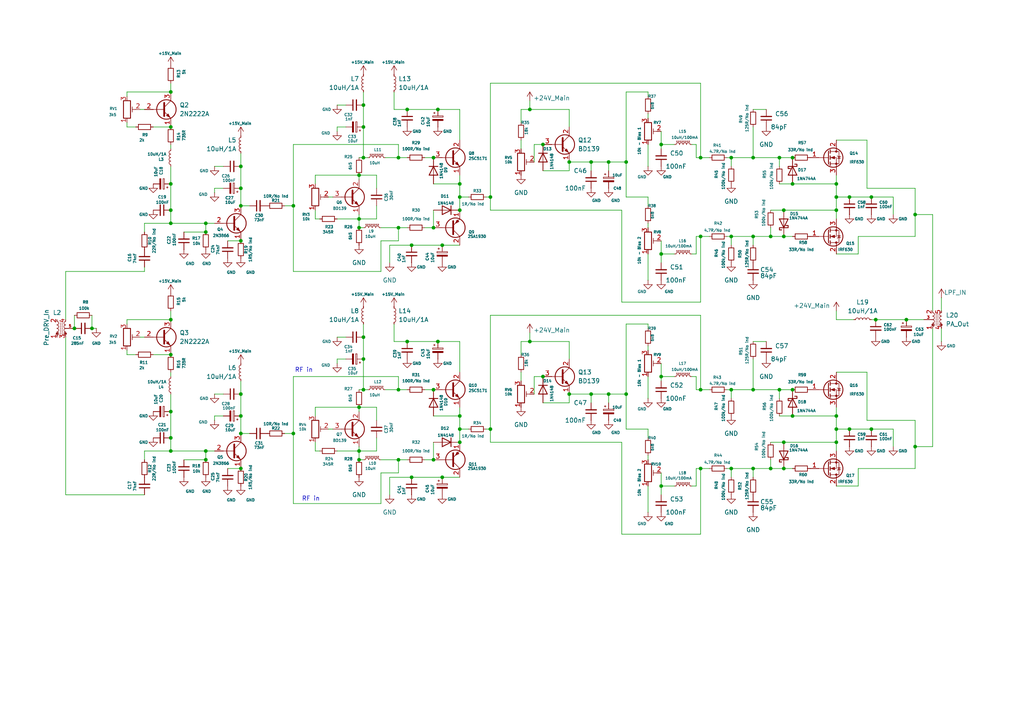
<source format=kicad_sch>
(kicad_sch (version 20250114) (generator "eeschema") (generator_version "9.0")
  (paper "A4")
  (title_block (title "Omega Radio") (comment 1 "DRV, PA"))
  (text "RF in" (at 90.17 144.78 0) (effects (font (size 1.27 1.27))))
  (text "RF in" (at 88.138 107.442 0) (effects (font (size 1.27 1.27))))
  (junction (at 133.35 60.96))
  (junction (at 165.1 46.99))
  (junction (at 142.24 124.46))
  (junction (at 218.44 113.03))
  (junction (at 223.52 135.89))
  (junction (at 49.53 102.87))
  (junction (at 69.85 48.26))
  (junction (at 191.77 41.91))
  (junction (at 69.85 69.85))
  (junction (at 59.69 67.31))
  (junction (at 252.73 124.46))
  (junction (at 104.14 130.81))
  (junction (at 153.67 31.75))
  (junction (at 227.33 135.89))
  (junction (at 59.69 130.81))
  (junction (at 176.53 114.3))
  (junction (at 218.44 135.89))
  (junction (at 203.2 45.72))
  (junction (at 227.33 60.96))
  (junction (at 85.09 59.69))
  (junction (at 242.57 60.96))
  (junction (at 104.14 133.35))
  (junction (at 212.09 113.03))
  (junction (at 212.09 135.89))
  (junction (at 49.53 127))
  (junction (at 104.14 66.04))
  (junction (at 115.57 113.03))
  (junction (at 176.53 46.99))
  (junction (at 125.73 66.04))
  (junction (at 119.38 71.12))
  (junction (at 246.38 57.15))
  (junction (at 49.53 119.38))
  (junction (at 191.77 140.97))
  (junction (at 223.52 68.58))
  (junction (at 49.53 26.67))
  (junction (at 127 99.06))
  (junction (at 118.11 99.06))
  (junction (at 142.24 57.15))
  (junction (at 242.57 53.34))
  (junction (at 229.87 45.72))
  (junction (at 171.45 114.3))
  (junction (at 229.87 53.34))
  (junction (at 104.14 63.5))
  (junction (at 26.67 95.25))
  (junction (at 49.53 130.81))
  (junction (at 242.57 120.65))
  (junction (at 125.73 113.03))
  (junction (at 246.38 124.46))
  (junction (at 49.53 36.83))
  (junction (at 59.69 64.77))
  (junction (at 203.2 68.58))
  (junction (at 105.41 36.83))
  (junction (at 265.43 129.54))
  (junction (at 128.27 138.43))
  (junction (at 227.33 68.58))
  (junction (at 212.09 45.72))
  (junction (at 157.48 41.91))
  (junction (at 229.87 113.03))
  (junction (at 226.06 45.72))
  (junction (at 128.27 71.12))
  (junction (at 165.1 114.3))
  (junction (at 127 31.75))
  (junction (at 181.61 46.99))
  (junction (at 133.35 53.34))
  (junction (at 105.41 113.03))
  (junction (at 191.77 73.66))
  (junction (at 104.14 118.11))
  (junction (at 21.59 95.25))
  (junction (at 69.85 120.65))
  (junction (at 105.41 45.72))
  (junction (at 125.73 45.72))
  (junction (at 115.57 45.72))
  (junction (at 252.73 57.15))
  (junction (at 49.53 60.96))
  (junction (at 49.53 53.34))
  (junction (at 105.41 104.14))
  (junction (at 226.06 113.03))
  (junction (at 212.09 68.58))
  (junction (at 118.11 31.75))
  (junction (at 69.85 135.89))
  (junction (at 104.14 50.8))
  (junction (at 85.09 125.73))
  (junction (at 218.44 68.58))
  (junction (at 119.38 138.43))
  (junction (at 229.87 120.65))
  (junction (at 203.2 113.03))
  (junction (at 69.85 114.3))
  (junction (at 105.41 97.79))
  (junction (at 115.57 66.04))
  (junction (at 133.35 57.15))
  (junction (at 59.69 133.35))
  (junction (at 69.85 125.73))
  (junction (at 133.35 128.27))
  (junction (at 218.44 45.72))
  (junction (at 153.67 99.06))
  (junction (at 49.53 92.71))
  (junction (at 242.57 124.46))
  (junction (at 69.85 59.69))
  (junction (at 242.57 128.27))
  (junction (at 125.73 133.35))
  (junction (at 105.41 30.48))
  (junction (at 133.35 124.46))
  (junction (at 265.43 62.23))
  (junction (at 69.85 54.61))
  (junction (at 262.89 92.71))
  (junction (at 171.45 46.99))
  (junction (at 254 92.71))
  (junction (at 115.57 133.35))
  (junction (at 181.61 114.3))
  (junction (at 227.33 128.27))
  (junction (at 242.57 57.15))
  (junction (at 191.77 109.22))
  (junction (at 157.48 109.22))
  (junction (at 203.2 135.89))
  (junction (at 133.35 120.65))
  (junction (at 49.53 64.77))
  (wire (pts (xy 115.57 133.35) (xy 118.11 133.35)))
  (wire (pts (xy 85.09 78.74) (xy 110.49 78.74)))
  (wire (pts (xy 165.1 99.06) (xy 153.67 99.06)))
  (wire (pts (xy 118.11 31.75) (xy 114.3 31.75)))
  (wire (pts (xy 218.44 71.12) (xy 218.44 68.58)))
  (wire (pts (xy 187.96 100.33) (xy 187.96 101.6)))
  (wire (pts (xy 205.74 135.89) (xy 203.2 135.89)))
  (wire (pts (xy 85.09 41.91) (xy 85.09 59.69)))
  (wire (pts (xy 82.55 125.73) (xy 85.09 125.73)))
  (wire (pts (xy 105.41 97.79) (xy 105.41 93.98)))
  (wire (pts (xy 171.45 46.99) (xy 171.45 49.53)))
  (wire (pts (xy 104.14 133.35) (xy 104.14 130.81)))
  (wire (pts (xy 218.44 36.83) (xy 218.44 45.72)))
  (wire (pts (xy 26.67 95.25) (xy 27.94 95.25)))
  (wire (pts (xy 187.96 132.08) (xy 187.96 133.35)))
  (wire (pts (xy 119.38 138.43) (xy 128.27 138.43)))
  (wire (pts (xy 85.09 59.69) (xy 85.09 78.74)))
  (wire (pts (xy 218.44 45.72) (xy 226.06 45.72)))
  (wire (pts (xy 97.79 97.79) (xy 100.33 97.79)))
  (wire (pts (xy 142.24 60.96) (xy 142.24 57.15)))
  (wire (pts (xy 223.52 135.89) (xy 223.52 133.35)))
  (wire (pts (xy 114.3 93.98) (xy 114.3 99.06)))
  (wire (pts (xy 251.46 54.61) (xy 265.43 54.61)))
  (wire (pts (xy 171.45 46.99) (xy 176.53 46.99)))
  (wire (pts (xy 125.73 60.96) (xy 125.73 66.04)))
  (wire (pts (xy 69.85 120.65) (xy 69.85 114.3)))
  (wire (pts (xy 180.34 128.27) (xy 180.34 154.94)))
  (wire (pts (xy 187.96 26.67) (xy 187.96 27.94)))
  (wire (pts (xy 218.44 113.03) (xy 226.06 113.03)))
  (wire (pts (xy 201.93 113.03) (xy 203.2 113.03)))
  (wire (pts (xy 212.09 135.89) (xy 212.09 138.43)))
  (wire (pts (xy 91.44 118.11) (xy 104.14 118.11)))
  (wire (pts (xy 123.19 66.04) (xy 125.73 66.04)))
  (wire (pts (xy 69.85 48.26) (xy 69.85 44.45)))
  (wire (pts (xy 104.14 63.5) (xy 109.22 63.5)))
  (wire (pts (xy 115.57 45.72) (xy 118.11 45.72)))
  (wire (pts (xy 19.05 78.74) (xy 41.91 78.74)))
  (wire (pts (xy 142.24 124.46) (xy 142.24 91.44)))
  (wire (pts (xy 19.05 78.74) (xy 19.05 92.71)))
  (wire (pts (xy 104.14 118.11) (xy 104.14 119.38)))
  (wire (pts (xy 191.77 41.91) (xy 195.58 41.91)))
  (wire (pts (xy 49.53 53.34) (xy 49.53 60.96)))
  (wire (pts (xy 115.57 113.03) (xy 115.57 109.22)))
  (wire (pts (xy 113.03 138.43) (xy 119.38 138.43)))
  (wire (pts (xy 176.53 114.3) (xy 181.61 114.3)))
  (wire (pts (xy 119.38 71.12) (xy 128.27 71.12)))
  (wire (pts (xy 176.53 46.99) (xy 176.53 49.53)))
  (wire (pts (xy 248.92 135.89) (xy 248.92 140.97)))
  (wire (pts (xy 265.43 129.54) (xy 265.43 135.89)))
  (wire (pts (xy 109.22 121.92) (xy 109.22 118.11)))
  (wire (pts (xy 125.73 128.27) (xy 125.73 133.35)))
  (wire (pts (xy 85.09 41.91) (xy 115.57 41.91)))
  (wire (pts (xy 62.23 54.61) (xy 62.23 55.88)))
  (wire (pts (xy 187.96 57.15) (xy 187.96 59.69)))
  (wire (pts (xy 133.35 50.8) (xy 133.35 53.34)))
  (wire (pts (xy 62.23 114.3) (xy 64.77 114.3)))
  (wire (pts (xy 133.35 31.75) (xy 127 31.75)))
  (wire (pts (xy 151.13 40.64) (xy 151.13 43.18)))
  (wire (pts (xy 113.03 76.2) (xy 113.03 71.12)))
  (wire (pts (xy 97.79 63.5) (xy 104.14 63.5)))
  (wire (pts (xy 109.22 127) (xy 109.22 130.81)))
  (wire (pts (xy 165.1 31.75) (xy 153.67 31.75)))
  (wire (pts (xy 36.83 36.83) (xy 39.37 36.83)))
  (wire (pts (xy 242.57 50.8) (xy 242.57 53.34)))
  (wire (pts (xy 203.2 45.72) (xy 205.74 45.72)))
  (wire (pts (xy 128.27 138.43) (xy 133.35 138.43)))
  (wire (pts (xy 133.35 57.15) (xy 133.35 60.96)))
  (wire (pts (xy 91.44 50.8) (xy 104.14 50.8)))
  (wire (pts (xy 91.44 60.96) (xy 91.44 63.5)))
  (wire (pts (xy 59.69 67.31) (xy 59.69 64.77)))
  (wire (pts (xy 118.11 31.75) (xy 127 31.75)))
  (wire (pts (xy 123.19 133.35) (xy 125.73 133.35)))
  (wire (pts (xy 226.06 45.72) (xy 226.06 48.26)))
  (wire (pts (xy 157.48 116.84) (xy 165.1 116.84)))
  (wire (pts (xy 151.13 31.75) (xy 151.13 35.56)))
  (wire (pts (xy 62.23 48.26) (xy 64.77 48.26)))
  (wire (pts (xy 223.52 135.89) (xy 218.44 135.89)))
  (wire (pts (xy 212.09 45.72) (xy 218.44 45.72)))
  (wire (pts (xy 242.57 53.34) (xy 242.57 57.15)))
  (wire (pts (xy 212.09 68.58) (xy 212.09 71.12)))
  (wire (pts (xy 36.83 101.6) (xy 36.83 102.87)))
  (wire (pts (xy 82.55 59.69) (xy 85.09 59.69)))
  (wire (pts (xy 223.52 128.27) (xy 227.33 128.27)))
  (wire (pts (xy 223.52 68.58) (xy 218.44 68.58)))
  (wire (pts (xy 154.94 109.22) (xy 157.48 109.22)))
  (wire (pts (xy 104.14 133.35) (xy 105.41 133.35)))
  (wire (pts (xy 180.34 154.94) (xy 203.2 154.94)))
  (wire (pts (xy 226.06 113.03) (xy 229.87 113.03)))
  (wire (pts (xy 97.79 130.81) (xy 104.14 130.81)))
  (wire (pts (xy 41.91 64.77) (xy 49.53 64.77)))
  (wire (pts (xy 252.73 92.71) (xy 254 92.71)))
  (wire (pts (xy 113.03 143.51) (xy 113.03 138.43)))
  (wire (pts (xy 227.33 68.58) (xy 223.52 68.58)))
  (wire (pts (xy 154.94 41.91) (xy 154.94 46.99)))
  (wire (pts (xy 191.77 73.66) (xy 191.77 76.2)))
  (wire (pts (xy 115.57 66.04) (xy 115.57 69.85)))
  (wire (pts (xy 97.79 104.14) (xy 97.79 105.41)))
  (wire (pts (xy 187.96 109.22) (xy 187.96 115.57)))
  (wire (pts (xy 252.73 57.15) (xy 259.08 57.15)))
  (wire (pts (xy 115.57 137.16) (xy 110.49 137.16)))
  (wire (pts (xy 201.93 135.89) (xy 203.2 135.89)))
  (wire (pts (xy 109.22 50.8) (xy 104.14 50.8)))
  (wire (pts (xy 212.09 45.72) (xy 210.82 45.72)))
  (wire (pts (xy 227.33 68.58) (xy 229.87 68.58)))
  (wire (pts (xy 115.57 66.04) (xy 118.11 66.04)))
  (wire (pts (xy 180.34 60.96) (xy 142.24 60.96)))
  (wire (pts (xy 26.67 91.44) (xy 26.67 95.25)))
  (wire (pts (xy 252.73 124.46) (xy 259.08 124.46)))
  (wire (pts (xy 105.41 30.48) (xy 105.41 26.67)))
  (wire (pts (xy 187.96 93.98) (xy 187.96 95.25)))
  (wire (pts (xy 181.61 26.67) (xy 187.96 26.67)))
  (wire (pts (xy 118.11 99.06) (xy 127 99.06)))
  (wire (pts (xy 227.33 128.27) (xy 242.57 128.27)))
  (wire (pts (xy 187.96 64.77) (xy 187.96 66.04)))
  (wire (pts (xy 181.61 114.3) (xy 181.61 124.46)))
  (wire (pts (xy 118.11 99.06) (xy 114.3 99.06)))
  (wire (pts (xy 49.53 119.38) (xy 49.53 127)))
  (wire (pts (xy 69.85 114.3) (xy 69.85 110.49)))
  (wire (pts (xy 133.35 99.06) (xy 127 99.06)))
  (wire (pts (xy 246.38 57.15) (xy 242.57 57.15)))
  (wire (pts (xy 85.09 109.22) (xy 115.57 109.22)))
  (wire (pts (xy 105.41 113.03) (xy 105.41 104.14)))
  (wire (pts (xy 270.51 90.17) (xy 270.51 62.23)))
  (wire (pts (xy 49.53 127) (xy 49.53 130.81)))
  (wire (pts (xy 180.34 128.27) (xy 142.24 128.27)))
  (wire (pts (xy 181.61 124.46) (xy 187.96 124.46)))
  (wire (pts (xy 21.59 91.44) (xy 21.59 95.25)))
  (wire (pts (xy 66.04 69.85) (xy 69.85 69.85)))
  (wire (pts (xy 265.43 121.92) (xy 265.43 129.54)))
  (wire (pts (xy 36.83 27.94) (xy 36.83 26.67)))
  (wire (pts (xy 104.14 45.72) (xy 105.41 45.72)))
  (wire (pts (xy 273.05 95.25) (xy 273.05 99.06)))
  (wire (pts (xy 41.91 133.35) (xy 41.91 130.81)))
  (wire (pts (xy 191.77 140.97) (xy 191.77 143.51)))
  (wire (pts (xy 133.35 53.34) (xy 133.35 57.15)))
  (wire (pts (xy 201.93 109.22) (xy 201.93 113.03)))
  (wire (pts (xy 223.52 60.96) (xy 227.33 60.96)))
  (wire (pts (xy 223.52 68.58) (xy 223.52 66.04)))
  (wire (pts (xy 91.44 130.81) (xy 92.71 130.81)))
  (wire (pts (xy 191.77 109.22) (xy 195.58 109.22)))
  (wire (pts (xy 165.1 104.14) (xy 165.1 99.06)))
  (wire (pts (xy 200.66 140.97) (xy 201.93 140.97)))
  (wire (pts (xy 201.93 140.97) (xy 201.93 135.89)))
  (wire (pts (xy 191.77 73.66) (xy 195.58 73.66)))
  (wire (pts (xy 242.57 124.46) (xy 242.57 128.27)))
  (wire (pts (xy 151.13 31.75) (xy 153.67 31.75)))
  (wire (pts (xy 212.09 135.89) (xy 218.44 135.89)))
  (wire (pts (xy 176.53 114.3) (xy 176.53 116.84)))
  (wire (pts (xy 187.96 33.02) (xy 187.96 34.29)))
  (wire (pts (xy 212.09 68.58) (xy 218.44 68.58)))
  (wire (pts (xy 85.09 146.05) (xy 110.49 146.05)))
  (wire (pts (xy 111.76 45.72) (xy 115.57 45.72)))
  (wire (pts (xy 40.64 97.79) (xy 41.91 97.79)))
  (wire (pts (xy 53.34 67.31) (xy 59.69 67.31)))
  (wire (pts (xy 157.48 49.53) (xy 165.1 49.53)))
  (wire (pts (xy 229.87 53.34) (xy 242.57 53.34)))
  (wire (pts (xy 59.69 64.77) (xy 62.23 64.77)))
  (wire (pts (xy 19.05 143.51) (xy 19.05 97.79)))
  (wire (pts (xy 203.2 154.94) (xy 203.2 135.89)))
  (wire (pts (xy 201.93 45.72) (xy 203.2 45.72)))
  (wire (pts (xy 44.45 36.83) (xy 49.53 36.83)))
  (wire (pts (xy 212.09 68.58) (xy 210.82 68.58)))
  (wire (pts (xy 142.24 57.15) (xy 142.24 24.13)))
  (wire (pts (xy 128.27 71.12) (xy 133.35 71.12)))
  (wire (pts (xy 105.41 104.14) (xy 105.41 97.79)))
  (wire (pts (xy 69.85 125.73) (xy 72.39 125.73)))
  (wire (pts (xy 227.33 135.89) (xy 229.87 135.89)))
  (wire (pts (xy 49.53 130.81) (xy 59.69 130.81)))
  (wire (pts (xy 69.85 120.65) (xy 69.85 125.73)))
  (wire (pts (xy 251.46 107.95) (xy 251.46 121.92)))
  (wire (pts (xy 181.61 57.15) (xy 187.96 57.15)))
  (wire (pts (xy 125.73 53.34) (xy 133.35 53.34)))
  (wire (pts (xy 227.33 60.96) (xy 242.57 60.96)))
  (wire (pts (xy 111.76 113.03) (xy 115.57 113.03)))
  (wire (pts (xy 212.09 45.72) (xy 212.09 48.26)))
  (wire (pts (xy 62.23 120.65) (xy 62.23 121.92)))
  (wire (pts (xy 62.23 54.61) (xy 64.77 54.61)))
  (wire (pts (xy 181.61 26.67) (xy 181.61 46.99)))
  (wire (pts (xy 248.92 68.58) (xy 248.92 73.66)))
  (wire (pts (xy 142.24 91.44) (xy 203.2 91.44)))
  (wire (pts (xy 91.44 53.34) (xy 91.44 50.8)))
  (wire (pts (xy 242.57 120.65) (xy 242.57 124.46)))
  (wire (pts (xy 218.44 138.43) (xy 218.44 135.89)))
  (wire (pts (xy 110.49 66.04) (xy 115.57 66.04)))
  (wire (pts (xy 242.57 40.64) (xy 251.46 40.64)))
  (wire (pts (xy 49.53 43.18) (xy 49.53 41.91)))
  (wire (pts (xy 104.14 130.81) (xy 109.22 130.81)))
  (wire (pts (xy 226.06 45.72) (xy 229.87 45.72)))
  (wire (pts (xy 242.57 107.95) (xy 251.46 107.95)))
  (wire (pts (xy 252.73 124.46) (xy 246.38 124.46)))
  (wire (pts (xy 259.08 62.23) (xy 259.08 57.15)))
  (wire (pts (xy 115.57 113.03) (xy 118.11 113.03)))
  (wire (pts (xy 265.43 68.58) (xy 248.92 68.58)))
  (wire (pts (xy 191.77 38.1) (xy 191.77 41.91)))
  (wire (pts (xy 242.57 118.11) (xy 242.57 120.65)))
  (wire (pts (xy 265.43 135.89) (xy 248.92 135.89)))
  (wire (pts (xy 36.83 26.67) (xy 49.53 26.67)))
  (wire (pts (xy 85.09 125.73) (xy 85.09 146.05)))
  (wire (pts (xy 104.14 113.03) (xy 105.41 113.03)))
  (wire (pts (xy 104.14 50.8) (xy 104.14 52.07)))
  (wire (pts (xy 181.61 46.99) (xy 181.61 57.15)))
  (wire (pts (xy 165.1 114.3) (xy 171.45 114.3)))
  (wire (pts (xy 133.35 57.15) (xy 135.89 57.15)))
  (wire (pts (xy 49.53 114.3) (xy 49.53 119.38)))
  (wire (pts (xy 115.57 133.35) (xy 115.57 137.16)))
  (wire (pts (xy 97.79 104.14) (xy 100.33 104.14)))
  (wire (pts (xy 205.74 68.58) (xy 203.2 68.58)))
  (wire (pts (xy 62.23 120.65) (xy 64.77 120.65)))
  (wire (pts (xy 91.44 63.5) (xy 92.71 63.5)))
  (wire (pts (xy 226.06 53.34) (xy 229.87 53.34)))
  (wire (pts (xy 153.67 96.52) (xy 153.67 99.06)))
  (wire (pts (xy 242.57 92.71) (xy 247.65 92.71)))
  (wire (pts (xy 270.51 129.54) (xy 265.43 129.54)))
  (wire (pts (xy 104.14 66.04) (xy 104.14 63.5)))
  (wire (pts (xy 105.41 45.72) (xy 105.41 36.83)))
  (wire (pts (xy 248.92 73.66) (xy 242.57 73.66)))
  (wire (pts (xy 97.79 36.83) (xy 97.79 38.1)))
  (wire (pts (xy 201.93 73.66) (xy 201.93 68.58)))
  (wire (pts (xy 49.53 60.96) (xy 49.53 64.77)))
  (wire (pts (xy 180.34 87.63) (xy 203.2 87.63)))
  (wire (pts (xy 153.67 29.21) (xy 153.67 31.75)))
  (wire (pts (xy 133.35 99.06) (xy 133.35 107.95)))
  (wire (pts (xy 115.57 69.85) (xy 110.49 69.85)))
  (wire (pts (xy 200.66 109.22) (xy 201.93 109.22)))
  (wire (pts (xy 109.22 118.11) (xy 104.14 118.11)))
  (wire (pts (xy 49.53 90.17) (xy 49.53 92.71)))
  (wire (pts (xy 242.57 60.96) (xy 242.57 63.5)))
  (wire (pts (xy 125.73 120.65) (xy 133.35 120.65)))
  (wire (pts (xy 151.13 99.06) (xy 153.67 99.06)))
  (wire (pts (xy 154.94 109.22) (xy 154.94 114.3)))
  (wire (pts (xy 191.77 105.41) (xy 191.77 109.22)))
  (wire (pts (xy 273.05 86.36) (xy 273.05 90.17)))
  (wire (pts (xy 187.96 124.46) (xy 187.96 127)))
  (wire (pts (xy 171.45 114.3) (xy 176.53 114.3)))
  (wire (pts (xy 227.33 135.89) (xy 223.52 135.89)))
  (wire (pts (xy 40.64 31.75) (xy 41.91 31.75)))
  (wire (pts (xy 226.06 113.03) (xy 226.06 115.57)))
  (wire (pts (xy 203.2 91.44) (xy 203.2 113.03)))
  (wire (pts (xy 142.24 124.46) (xy 140.97 124.46)))
  (wire (pts (xy 142.24 57.15) (xy 140.97 57.15)))
  (wire (pts (xy 133.35 120.65) (xy 133.35 124.46)))
  (wire (pts (xy 110.49 137.16) (xy 110.49 146.05)))
  (wire (pts (xy 49.53 64.77) (xy 59.69 64.77)))
  (wire (pts (xy 95.25 124.46) (xy 96.52 124.46)))
  (wire (pts (xy 104.14 63.5) (xy 104.14 62.23)))
  (wire (pts (xy 104.14 66.04) (xy 105.41 66.04)))
  (wire (pts (xy 218.44 99.06) (xy 222.25 99.06)))
  (wire (pts (xy 133.35 124.46) (xy 135.89 124.46)))
  (wire (pts (xy 36.83 92.71) (xy 49.53 92.71)))
  (wire (pts (xy 176.53 46.99) (xy 181.61 46.99)))
  (wire (pts (xy 36.83 102.87) (xy 39.37 102.87)))
  (wire (pts (xy 203.2 24.13) (xy 203.2 45.72)))
  (wire (pts (xy 106.68 113.03) (xy 105.41 113.03)))
  (wire (pts (xy 191.77 41.91) (xy 191.77 43.18)))
  (wire (pts (xy 254 92.71) (xy 262.89 92.71)))
  (wire (pts (xy 110.49 69.85) (xy 110.49 78.74)))
  (wire (pts (xy 191.77 140.97) (xy 195.58 140.97)))
  (wire (pts (xy 270.51 95.25) (xy 270.51 129.54)))
  (wire (pts (xy 201.93 41.91) (xy 201.93 45.72)))
  (wire (pts (xy 133.35 31.75) (xy 133.35 40.64)))
  (wire (pts (xy 49.53 48.26) (xy 49.53 53.34)))
  (wire (pts (xy 181.61 93.98) (xy 187.96 93.98)))
  (wire (pts (xy 36.83 93.98) (xy 36.83 92.71)))
  (wire (pts (xy 95.25 57.15) (xy 96.52 57.15)))
  (wire (pts (xy 110.49 133.35) (xy 115.57 133.35)))
  (wire (pts (xy 165.1 49.53) (xy 165.1 46.99)))
  (wire (pts (xy 265.43 62.23) (xy 265.43 68.58)))
  (wire (pts (xy 181.61 93.98) (xy 181.61 114.3)))
  (wire (pts (xy 66.04 135.89) (xy 69.85 135.89)))
  (wire (pts (xy 69.85 54.61) (xy 69.85 48.26)))
  (wire (pts (xy 248.92 140.97) (xy 242.57 140.97)))
  (wire (pts (xy 180.34 60.96) (xy 180.34 87.63)))
  (wire (pts (xy 242.57 128.27) (xy 242.57 130.81)))
  (wire (pts (xy 265.43 54.61) (xy 265.43 62.23)))
  (wire (pts (xy 133.35 124.46) (xy 133.35 128.27)))
  (wire (pts (xy 104.14 130.81) (xy 104.14 129.54)))
  (wire (pts (xy 187.96 41.91) (xy 187.96 48.26)))
  (wire (pts (xy 41.91 143.51) (xy 19.05 143.51)))
  (wire (pts (xy 212.09 113.03) (xy 210.82 113.03)))
  (wire (pts (xy 200.66 73.66) (xy 201.93 73.66)))
  (wire (pts (xy 69.85 59.69) (xy 72.39 59.69)))
  (wire (pts (xy 44.45 102.87) (xy 49.53 102.87)))
  (wire (pts (xy 203.2 113.03) (xy 205.74 113.03)))
  (wire (pts (xy 91.44 120.65) (xy 91.44 118.11)))
  (wire (pts (xy 191.77 137.16) (xy 191.77 140.97)))
  (wire (pts (xy 109.22 59.69) (xy 109.22 63.5)))
  (wire (pts (xy 226.06 120.65) (xy 229.87 120.65)))
  (wire (pts (xy 187.96 73.66) (xy 187.96 81.28)))
  (wire (pts (xy 270.51 62.23) (xy 265.43 62.23)))
  (wire (pts (xy 53.34 133.35) (xy 59.69 133.35)))
  (wire (pts (xy 142.24 128.27) (xy 142.24 124.46)))
  (wire (pts (xy 203.2 87.63) (xy 203.2 68.58)))
  (wire (pts (xy 212.09 113.03) (xy 212.09 115.57)))
  (wire (pts (xy 246.38 124.46) (xy 242.57 124.46)))
  (wire (pts (xy 212.09 135.89) (xy 210.82 135.89)))
  (wire (pts (xy 114.3 26.67) (xy 114.3 31.75)))
  (wire (pts (xy 36.83 35.56) (xy 36.83 36.83)))
  (wire (pts (xy 191.77 69.85) (xy 191.77 73.66)))
  (wire (pts (xy 123.19 45.72) (xy 125.73 45.72)))
  (wire (pts (xy 123.19 113.03) (xy 125.73 113.03)))
  (wire (pts (xy 187.96 140.97) (xy 187.96 148.59)))
  (wire (pts (xy 151.13 99.06) (xy 151.13 102.87)))
  (wire (pts (xy 259.08 129.54) (xy 259.08 124.46)))
  (wire (pts (xy 191.77 109.22) (xy 191.77 110.49)))
  (wire (pts (xy 171.45 114.3) (xy 171.45 116.84)))
  (wire (pts (xy 242.57 90.17) (xy 242.57 92.71)))
  (wire (pts (xy 59.69 130.81) (xy 62.23 130.81)))
  (wire (pts (xy 113.03 71.12) (xy 119.38 71.12)))
  (wire (pts (xy 49.53 24.13) (xy 49.53 26.67)))
  (wire (pts (xy 133.35 118.11) (xy 133.35 120.65)))
  (wire (pts (xy 97.79 36.83) (xy 100.33 36.83)))
  (wire (pts (xy 91.44 128.27) (xy 91.44 130.81)))
  (wire (pts (xy 59.69 133.35) (xy 59.69 130.81)))
  (wire (pts (xy 97.79 30.48) (xy 100.33 30.48)))
  (wire (pts (xy 165.1 36.83) (xy 165.1 31.75)))
  (wire (pts (xy 200.66 41.91) (xy 201.93 41.91)))
  (wire (pts (xy 218.44 104.14) (xy 218.44 113.03)))
  (wire (pts (xy 115.57 45.72) (xy 115.57 41.91)))
  (wire (pts (xy 41.91 67.31) (xy 41.91 64.77)))
  (wire (pts (xy 242.57 57.15) (xy 242.57 60.96)))
  (wire (pts (xy 262.89 92.71) (xy 267.97 92.71)))
  (wire (pts (xy 165.1 116.84) (xy 165.1 114.3)))
  (wire (pts (xy 229.87 120.65) (xy 242.57 120.65)))
  (wire (pts (xy 142.24 24.13) (xy 203.2 24.13)))
  (wire (pts (xy 212.09 113.03) (xy 218.44 113.03)))
  (wire (pts (xy 106.68 45.72) (xy 105.41 45.72)))
  (wire (pts (xy 49.53 109.22) (xy 49.53 107.95)))
  (wire (pts (xy 41.91 130.81) (xy 49.53 130.81)))
  (wire (pts (xy 105.41 36.83) (xy 105.41 30.48)))
  (wire (pts (xy 218.44 31.75) (xy 222.25 31.75)))
  (wire (pts (xy 109.22 54.61) (xy 109.22 50.8)))
  (wire (pts (xy 85.09 109.22) (xy 85.09 125.73)))
  (wire (pts (xy 69.85 54.61) (xy 69.85 59.69)))
  (wire (pts (xy 252.73 57.15) (xy 246.38 57.15)))
  (wire (pts (xy 251.46 40.64) (xy 251.46 54.61)))
  (wire (pts (xy 154.94 41.91) (xy 157.48 41.91)))
  (wire (pts (xy 251.46 121.92) (xy 265.43 121.92)))
  (wire (pts (xy 41.91 78.74) (xy 41.91 77.47)))
  (wire (pts (xy 151.13 107.95) (xy 151.13 110.49)))
  (wire (pts (xy 201.93 68.58) (xy 203.2 68.58)))
  (wire (pts (xy 165.1 46.99) (xy 171.45 46.99)))
  (symbol (lib_id "power:GND") (at 212.09 143.51 0) (unit 1)
    (property "Reference" "#PWR089" (effects (hide yes)))
    (property "Value" "GND" (at 212.09 148.59 0))
    (property "Description" "Power symbol creates a global label with name \"GND\" , ground" (effects (hide yes)))
  )
  (symbol (lib_id "power:GND") (at 252.73 129.54 0) (unit 1)
    (property "Reference" "#PWR098" (effects (hide yes)))
    (property "Value" "GND" (at 255.524 130.81 0) (effects (font (size 0.8 0.8))))
    (property "Description" "Power symbol creates a global label with name \"GND\" , ground" (effects (hide yes)))
  )
  (symbol (lib_id "power:GND") (at 191.77 48.26 0) (unit 1)
    (property "Reference" "#PWR082" (effects (hide yes)))
    (property "Value" "GND" (at 193.548 51.308 0) (effects (font (size 0.8 0.8))))
    (property "Description" "Power symbol creates a global label with name \"GND\" , ground" (effects (hide yes)))
  )
  (symbol (lib_id "Device:R_Small") (at 41.91 102.87 270) (mirror x) (unit 1)
    (property "Reference" "R11" (at 42.926 105.156 90) (effects (font (size 0.8 0.8)) (justify right)))
    (property "Value" "2k" (at 40.386 106.68 90) (effects (font (size 0.8 0.8)) (justify left)))
    (property "Description" "Resistor, small symbol" (effects (hide yes)))
  )
  (symbol (lib_id "Device:C_Small") (at 109.22 57.15 180) (unit 1)
    (property "Reference" "C36" (at 112.014 58.42 90) (effects (font (size 0.8 0.8)) (justify right)))
    (property "Value" "30nF" (at 113.538 58.166 90) (effects (font (size 0.8 0.8)) (justify right)))
    (property "Description" "Unpolarized capacitor, small symbol" (effects (hide yes)))
  )
  (symbol (lib_id "power:GND") (at 97.79 97.79 0) (unit 1)
    (property "Reference" "#PWR052" (effects (hide yes)))
    (property "Value" "GND" (at 94.742 99.06 0) (effects (font (size 0.8 0.8))))
    (property "Description" "Power symbol creates a global label with name \"GND\" , ground" (effects (hide yes)))
  )
  (symbol (lib_id "Device:R_Small") (at 218.44 101.6 180) (unit 1)
    (property "Reference" "R51" (at 214.884 101.854 90) (effects (font (size 0.8 0.8))))
    (property "Value" "125R/No ind" (at 216.662 101.6 90) (effects (font (size 0.8 0.8))))
    (property "Description" "Resistor, small symbol" (effects (hide yes)))
  )
  (symbol (lib_id "Device:R_Small") (at 41.91 135.89 0) (mirror x) (unit 1)
    (property "Reference" "R12" (at 43.434 135.89 90) (effects (font (size 0.8 0.8))))
    (property "Value" "22R/No ind" (at 44.704 135.89 90) (effects (font (size 0.8 0.8))))
    (property "Description" "Resistor, small symbol" (effects (hide yes)))
  )
  (symbol (lib_id "Device:R_Small") (at 69.85 72.39 0) (mirror x) (unit 1)
    (property "Reference" "R19" (at 71.374 72.39 90) (effects (font (size 0.8 0.8))))
    (property "Value" "1R5/No ind" (at 72.644 72.39 90) (effects (font (size 0.8 0.8))))
    (property "Description" "Resistor, small symbol" (effects (hide yes)))
  )
  (symbol (lib_id "Device:R_Small") (at 95.25 130.81 90) (unit 1)
    (property "Reference" "R24" (at 94.234 133.096 90) (effects (font (size 0.8 0.8)) (justify right)))
    (property "Value" "345R" (at 96.774 134.62 90) (effects (font (size 0.8 0.8)) (justify left)))
    (property "Description" "Resistor, small symbol" (effects (hide yes)))
  )
  (symbol (lib_id "Device:R_Small") (at 49.53 87.63 180) (unit 1)
    (property "Reference" "R15" (at 51.816 88.646 90) (effects (font (size 0.8 0.8)) (justify right)))
    (property "Value" "5k" (at 53.34 86.106 90) (effects (font (size 0.8 0.8)) (justify left)))
    (property "Description" "Resistor, small symbol" (effects (hide yes)))
  )
  (symbol (lib_id "Device:C_Small") (at 74.93 59.69 90) (unit 1)
    (property "Reference" "C30" (at 73.914 62.484 90) (effects (font (size 0.8 0.8)) (justify right)))
    (property "Value" "73nF" (at 73.66 63.754 90) (effects (font (size 0.8 0.8)) (justify right)))
    (property "Description" "Unpolarized capacitor, small symbol" (effects (hide yes)))
  )
  (symbol (lib_id "Device:R_Small") (at 120.65 113.03 90) (unit 1)
    (property "Reference" "R31" (at 120.65 108.712 90) (effects (font (size 0.8 0.8))))
    (property "Value" "100R/No ind" (at 120.65 110.49 90) (effects (font (size 0.8 0.8))))
    (property "Description" "Resistor, small symbol" (effects (hide yes)))
  )
  (symbol (lib_id "Device:R_Small") (at 138.43 124.46 90) (unit 1)
    (property "Reference" "R34" (at 138.43 122.682 90) (effects (font (size 0.8 0.8))))
    (property "Value" "1R/No ind" (at 137.16 126.492 90) (effects (font (size 0.8 0.8))))
    (property "Description" "Resistor, small symbol" (effects (hide yes)))
  )
  (symbol (lib_id "Device:L_Ferrite_Small") (at 198.12 140.97 90) (unit 1)
    (property "Reference" "L18" (at 196.85 137.16 90) (effects (font (size 0.762 0.762)) (justify right)))
    (property "Value" "10uH/100mA" (at 200.66 138.684 90) (effects (font (size 0.762 0.762)) (justify left)))
    (property "Description" "Inductor with ferrite core, small symbol" (effects (hide yes)))
  )
  (symbol (lib_id "Device:R_Small") (at 218.44 34.29 180) (unit 1)
    (property "Reference" "R49" (at 214.884 34.544 90) (effects (font (size 0.8 0.8))))
    (property "Value" "125R/No ind" (at 216.662 34.29 90) (effects (font (size 0.8 0.8))))
    (property "Description" "Resistor, small symbol" (effects (hide yes)))
  )
  (symbol (lib_id "Transistor_BJT:BD139") (at 130.81 113.03 0) (unit 1)
    (property "Reference" "Q10" (at 135.89 111.7599 0) (effects (font (size 0.8 0.8)) (justify left)))
    (property "Value" "2SC5171" (at 135.89 113.284 0) (effects (font (size 0.8 0.8)) (justify left)))
    (property "Footprint" "Package_TO_SOT_THT:TO-126-3_Vertical" (effects (hide yes)))
    (property "Datasheet" "http://www.st.com/internet/com/TECHNICAL_RESOURCES/TECHNICAL_LITERATURE/DATASHEET/CD00001225.pdf" (effects (hide yes)))
    (property "Description" "1.5A Ic, 80V Vce, Low Voltage Transistor, TO-126" (effects (hide yes)))
  )
  (symbol (lib_id "power:GND") (at 222.25 104.14 0) (unit 1)
    (property "Reference" "#PWR093" (effects (hide yes)))
    (property "Value" "GND" (at 222.25 109.22 0))
    (property "Description" "Power symbol creates a global label with name \"GND\" , ground" (effects (hide yes)))
  )
  (symbol (lib_id "power:+15V") (at 114.3 21.59 0) (unit 1)
    (property "Reference" "#PWR060" (effects (hide yes)))
    (property "Value" "+15V_Main" (at 114.046 18.034 0) (effects (font (size 0.8 0.8))))
    (property "Description" "Power symbol creates a global label with name \"+15V\"" (effects (hide yes)))
  )
  (symbol (lib_id "Device:R_Small") (at 104.14 135.89 0) (unit 1)
    (property "Reference" "R28" (at 99.822 133.096 0) (effects (font (size 0.8 0.8)) (justify left)))
    (property "Value" "6k5" (at 101.6 136.906 90) (effects (font (size 0.8 0.8)) (justify left)))
    (property "Description" "Resistor, small symbol" (effects (hide yes)))
  )
  (symbol (lib_id "Device:C_Small") (at 67.31 48.26 90) (unit 1)
    (property "Reference" "C26" (at 64.262 51.054 90) (effects (font (size 0.8 0.8)) (justify right)))
    (property "Value" "100nF" (at 64.516 52.324 90) (effects (font (size 0.8 0.8)) (justify right)))
    (property "Description" "Unpolarized capacitor, small symbol" (effects (hide yes)))
  )
  (symbol (lib_id "Device:R_Potentiometer_Trim") (at 91.44 57.15 0) (mirror x) (unit 1)
    (property "Reference" "RV3" (at 89.916 62.23 0) (effects (font (size 0.762 0.762)) (justify right)))
    (property "Value" "10k" (at 89.916 63.5 0) (effects (font (size 0.762 0.762)) (justify right)))
    (property "Description" "Trim-potentiometer" (effects (hide yes)))
  )
  (symbol (lib_id "Device:R_Small") (at 187.96 62.23 0) (unit 1)
    (property "Reference" "R38" (at 187.96 59.69 0) (effects (font (size 0.762 0.762)) (justify left)))
    (property "Value" "6k8" (at 189.23 63.5 90) (effects (font (size 0.762 0.762)) (justify left)))
    (property "Description" "Resistor, small symbol" (effects (hide yes)))
  )
  (symbol (lib_id "Device:C_Small") (at 118.11 34.29 0) (unit 1)
    (property "Reference" "C38" (at 114.554 34.036 90) (effects (font (size 0.8 0.8)) (justify right)))
    (property "Value" "1nF" (at 115.824 34.544 90) (effects (font (size 0.8 0.8)) (justify right)))
    (property "Description" "Unpolarized capacitor, small symbol" (effects (hide yes)))
  )
  (symbol (lib_id "Device:L_Ferrite_Small") (at 198.12 41.91 90) (unit 1)
    (property "Reference" "L15" (at 196.85 38.1 90) (effects (font (size 0.762 0.762)) (justify right)))
    (property "Value" "10uH/100mA" (at 202.438 39.878 90) (effects (font (size 0.762 0.762)) (justify left)))
    (property "Description" "Inductor with ferrite core, small symbol" (effects (hide yes)))
  )
  (symbol (lib_id "Device:C_Small") (at 53.34 135.89 0) (mirror x) (unit 1)
    (property "Reference" "C23" (at 49.022 136.906 90) (effects (font (size 0.8 0.8)) (justify right)))
    (property "Value" "100nF" (at 50.546 137.414 90) (effects (font (size 0.8 0.8)) (justify right)))
    (property "Description" "Unpolarized capacitor, small symbol" (effects (hide yes)))
  )
  (symbol (lib_id "power:GND") (at 254 97.79 0) (unit 1)
    (property "Reference" "#PWR099" (effects (hide yes)))
    (property "Value" "GND" (at 256.794 99.06 0) (effects (font (size 0.8 0.8))))
    (property "Description" "Power symbol creates a global label with name \"GND\" , ground" (effects (hide yes)))
  )
  (symbol (lib_id "Transistor_BJT:BD139") (at 101.6 124.46 0) (unit 1)
    (property "Reference" "Q7" (at 97.536 125.984 0) (effects (font (size 0.8 0.8)) (justify left)))
    (property "Value" "BD139" (at 96.52 127.762 0) (effects (font (size 0.8 0.8)) (justify left)))
    (property "Footprint" "Package_TO_SOT_THT:TO-126-3_Vertical" (effects (hide yes)))
    (property "Datasheet" "http://www.st.com/internet/com/TECHNICAL_RESOURCES/TECHNICAL_LITERATURE/DATASHEET/CD00001225.pdf" (effects (hide yes)))
    (property "Description" "1.5A Ic, 80V Vce, Low Voltage Transistor, TO-126" (effects (hide yes)))
  )
  (symbol (lib_id "Device:C_Small") (at 218.44 146.05 0) (mirror y) (unit 1)
    (property "Reference" "C55" (at 220.472 145.542 0) (effects (justify right)))
    (property "Value" "84pF" (at 220.472 147.32 0) (effects (justify right)))
    (property "Description" "Unpolarized capacitor, small symbol" (effects (hide yes)))
  )
  (symbol (lib_id "power:GND") (at 118.11 104.14 0) (unit 1)
    (property "Reference" "#PWR063" (effects (hide yes)))
    (property "Value" "GND" (at 120.904 105.41 0) (effects (font (size 0.8 0.8))))
    (property "Description" "Power symbol creates a global label with name \"GND\" , ground" (effects (hide yes)))
  )
  (symbol (lib_id "Device:R_Small") (at 226.06 118.11 180) (unit 1)
    (property "Reference" "R56" (at 221.742 117.856 90) (effects (font (size 0.8 0.8))))
    (property "Value" "100k/No ind" (at 223.774 118.364 90) (effects (font (size 0.8 0.8))))
    (property "Description" "Resistor, small symbol" (effects (hide yes)))
  )
  (symbol (lib_id "power:+15V") (at 69.85 105.41 0) (unit 1)
    (property "Reference" "#PWR048" (effects (hide yes)))
    (property "Value" "+15V_Main" (at 69.596 101.854 0) (effects (font (size 0.8 0.8))))
    (property "Description" "Power symbol creates a global label with name \"+15V\"" (effects (hide yes)))
  )
  (symbol (lib_id "Device:C_Polarized_Small") (at 102.87 104.14 270) (mirror x) (unit 1)
    (property "Reference" "C35" (at 102.108 106.934 90) (effects (font (size 0.8 0.8))))
    (property "Value" "10uF" (at 102.362 108.204 90) (effects (font (size 0.8 0.8))))
    (property "Description" "Polarized capacitor, small symbol" (effects (hide yes)))
  )
  (symbol (lib_id "Device:C_Small") (at 53.34 69.85 0) (mirror x) (unit 1)
    (property "Reference" "C22" (at 49.022 70.866 90) (effects (font (size 0.8 0.8)) (justify right)))
    (property "Value" "100nF" (at 50.546 71.374 90) (effects (font (size 0.8 0.8)) (justify right)))
    (property "Description" "Unpolarized capacitor, small symbol" (effects (hide yes)))
  )
  (symbol (lib_id "Device:R_Small") (at 208.28 68.58 90) (unit 1)
    (property "Reference" "R42" (at 208.28 64.77 90) (effects (font (size 0.8 0.8))))
    (property "Value" "4.7R/No ind" (at 208.026 66.802 90) (effects (font (size 0.8 0.8))))
    (property "Description" "Resistor, small symbol" (effects (hide yes)))
  )
  (symbol (lib_id "power:GND") (at 44.45 127 0) (mirror y) (unit 1)
    (property "Reference" "#PWR033" (effects (hide yes)))
    (property "Value" "GND" (at 41.656 128.27 0) (effects (font (size 0.8 0.8))))
    (property "Description" "Power symbol creates a global label with name \"GND\" , ground" (effects (hide yes)))
  )
  (symbol (lib_id "Device:R_Small") (at 49.53 105.41 0) (mirror y) (unit 1)
    (property "Reference" "R16" (at 51.816 104.394 90) (effects (font (size 0.8 0.8)) (justify right)))
    (property "Value" "735R" (at 53.34 106.934 90) (effects (font (size 0.8 0.8)) (justify left)))
    (property "Description" "Resistor, small symbol" (effects (hide yes)))
  )
  (symbol (lib_id "power:+15V") (at 69.85 39.37 0) (unit 1)
    (property "Reference" "#PWR046" (effects (hide yes)))
    (property "Value" "+15V_Main" (at 69.596 35.814 0) (effects (font (size 0.8 0.8))))
    (property "Description" "Power symbol creates a global label with name \"+15V\"" (effects (hide yes)))
  )
  (symbol (lib_id "Device:R_Small") (at 24.13 91.44 270) (unit 1)
    (property "Reference" "R8" (at 25.654 87.63 90) (effects (font (size 0.8 0.8)) (justify right)))
    (property "Value" "100k" (at 22.86 89.408 90) (effects (font (size 0.8 0.8)) (justify left)))
    (property "Description" "Resistor, small symbol" (effects (hide yes)))
  )
  (symbol (lib_id "Device:R_Potentiometer_Trim") (at 151.13 114.3 0) (mirror x) (unit 1)
    (property "Reference" "RV6" (at 148.59 113.03 0) (effects (font (size 0.762 0.762)) (justify right)))
    (property "Value" "10k" (at 148.59 114.3 0) (effects (font (size 0.762 0.762)) (justify right)))
    (property "Description" "Trim-potentiometer" (effects (hide yes)))
  )
  (symbol (lib_id "power:GND") (at 53.34 138.43 0) (unit 1)
    (property "Reference" "#PWR037" (effects (hide yes)))
    (property "Value" "GND" (at 53.848 142.494 0) (effects (font (size 0.8 0.8)) (justify left)))
    (property "Description" "Power symbol creates a global label with name \"GND\" , ground" (effects (hide yes)))
  )
  (symbol (lib_id "Device:R_Small") (at 232.41 135.89 90) (unit 1)
    (property "Reference" "R60" (at 232.918 137.668 90) (effects (font (size 0.8 0.8))))
    (property "Value" "33R/No ind" (at 232.41 139.7 90) (effects (font (size 0.8 0.8))))
    (property "Description" "Resistor, small symbol" (effects (hide yes)))
  )
  (symbol (lib_id "Device:C_Small") (at 119.38 140.97 0) (unit 1)
    (property "Reference" "C41" (at 115.824 140.716 90) (effects (font (size 0.8 0.8)) (justify right)))
    (property "Value" "1nF" (at 117.094 141.224 90) (effects (font (size 0.8 0.8)) (justify right)))
    (property "Description" "Unpolarized capacitor, small symbol" (effects (hide yes)))
  )
  (symbol (lib_id "power:GND") (at 119.38 143.51 0) (unit 1)
    (property "Reference" "#PWR065" (effects (hide yes)))
    (property "Value" "GND" (at 122.174 144.78 0) (effects (font (size 0.8 0.8))))
    (property "Description" "Power symbol creates a global label with name \"GND\" , ground" (effects (hide yes)))
  )
  (symbol (lib_id "power:+12V") (at 153.67 29.21 0) (unit 1)
    (property "Reference" "#PWR072" (effects (hide yes)))
    (property "Value" "+24V_Main" (at 160.02 28.448 0))
    (property "Description" "Power symbol creates a global label with name \"+12V\"" (effects (hide yes)))
  )
  (symbol (lib_id "Device:C_Small") (at 102.87 30.48 90) (unit 1)
    (property "Reference" "C32" (at 99.822 33.274 90) (effects (font (size 0.8 0.8)) (justify right)))
    (property "Value" "1nF" (at 100.076 34.544 90) (effects (font (size 0.8 0.8)) (justify right)))
    (property "Description" "Unpolarized capacitor, small symbol" (effects (hide yes)))
  )
  (symbol (lib_id "Device:C_Small") (at 171.45 52.07 180) (unit 1)
    (property "Reference" "C46" (at 166.37 49.53 0) (effects (justify right)))
    (property "Value" "100nF" (at 163.83 54.61 0) (effects (justify right)))
    (property "Description" "Unpolarized capacitor, small symbol" (effects (hide yes)))
  )
  (symbol (lib_id "power:GND") (at 62.23 114.3 0) (unit 1)
    (property "Reference" "#PWR042" (effects (hide yes)))
    (property "Value" "GND" (at 59.182 115.57 0) (effects (font (size 0.8 0.8))))
    (property "Description" "Power symbol creates a global label with name \"GND\" , ground" (effects (hide yes)))
  )
  (symbol (lib_id "Transistor_BJT:BC107") (at 46.99 97.79 0) (unit 1)
    (property "Reference" "Q3" (at 52.07 96.5199 0) (effects (justify left)))
    (property "Value" "2N2222A" (at 52.07 99.0599 0) (effects (justify left)))
    (property "Footprint" "Package_TO_SOT_THT:TO-18-3" (effects (hide yes)))
  )
  (symbol (lib_id "Device:R_Small") (at 104.14 68.58 0) (unit 1)
    (property "Reference" "R26" (at 99.822 65.786 0) (effects (font (size 0.8 0.8)) (justify left)))
    (property "Value" "6k5" (at 101.6 69.596 90) (effects (font (size 0.8 0.8)) (justify left)))
    (property "Description" "Resistor, small symbol" (effects (hide yes)))
  )
  (symbol (lib_id "power:GND") (at 191.77 81.28 0) (unit 1)
    (property "Reference" "#PWR083" (effects (hide yes)))
    (property "Value" "GND" (at 194.056 84.582 0) (effects (font (size 0.8 0.8))))
    (property "Description" "Power symbol creates a global label with name \"GND\" , ground" (effects (hide yes)))
  )
  (symbol (lib_id "Device:L_Ferrite_Small") (at 107.95 66.04 90) (unit 1)
    (property "Reference" "L9" (at 106.934 67.056 90) (effects (font (size 0.762 0.762)) (justify right)))
    (property "Value" "10uH" (at 108.966 68.58 90) (effects (font (size 0.762 0.762)) (justify left)))
    (property "Description" "Inductor with ferrite core, small symbol" (effects (hide yes)))
  )
  (symbol (lib_id "power:GND") (at 262.89 97.79 0) (unit 1)
    (property "Reference" "#PWR0102" (effects (hide yes)))
    (property "Value" "GND" (at 265.684 99.06 0) (effects (font (size 0.8 0.8))))
    (property "Description" "Power symbol creates a global label with name \"GND\" , ground" (effects (hide yes)))
  )
  (symbol (lib_id "Device:D_Schottky") (at 227.33 64.77 90) (unit 1)
    (property "Reference" "D15" (at 229.108 61.976 90) (effects (font (size 0.8 0.8)) (justify right)))
    (property "Value" "1N4744A" (at 228.854 63.246 90) (effects (font (size 0.8 0.8)) (justify right)))
    (property "Description" "Schottky diode" (effects (hide yes)))
  )
  (symbol (lib_id "Device:C_Small") (at 66.04 138.43 0) (mirror x) (unit 1)
    (property "Reference" "C25" (at 61.722 139.446 90) (effects (font (size 0.8 0.8)) (justify right)))
    (property "Value" "74nF" (at 63.246 139.954 90) (effects (font (size 0.8 0.8)) (justify right)))
    (property "Description" "Unpolarized capacitor, small symbol" (effects (hide yes)))
  )
  (symbol (lib_id "Device:C_Small") (at 191.77 45.72 180) (unit 1)
    (property "Reference" "C50" (at 194.31 44.45 0) (effects (justify right)))
    (property "Value" "100nF" (at 193.04 48.26 0) (effects (justify right)))
    (property "Description" "Unpolarized capacitor, small symbol" (effects (hide yes)))
  )
  (symbol (lib_id "Device:R_Potentiometer_Trim") (at 187.96 137.16 0) (mirror x) (unit 1)
    (property "Reference" "RV10" (at 191.77 134.62 0) (effects (font (size 0.762 0.762)) (justify right)))
    (property "Value" "10k - Bias 2" (at 185.42 135.89 90) (effects (font (size 0.762 0.762)) (justify left)))
    (property "Description" "Trim-potentiometer" (effects (hide yes)))
  )
  (symbol (lib_id "power:+12V") (at 273.05 86.36 0) (unit 1)
    (property "Reference" "#PWR0103" (effects (hide yes)))
    (property "Value" "LPF_IN" (at 273.812 84.836 0) (effects (justify left)))
    (property "Description" "Power symbol creates a global label with name \"+12V\"" (effects (hide yes)))
  )
  (symbol (lib_id "Device:R_Small") (at 232.41 113.03 90) (unit 1)
    (property "Reference" "R59" (at 232.664 108.712 90) (effects (font (size 0.8 0.8))))
    (property "Value" "33R/No ind" (at 232.156 110.744 90) (effects (font (size 0.8 0.8))))
    (property "Description" "Resistor, small symbol" (effects (hide yes)))
  )
  (symbol (lib_id "power:GND") (at 259.08 62.23 0) (unit 1)
    (property "Reference" "#PWR0100" (effects (hide yes)))
    (property "Value" "GND" (at 261.874 63.5 0) (effects (font (size 0.8 0.8))))
    (property "Description" "Power symbol creates a global label with name \"GND\" , ground" (effects (hide yes)))
  )
  (symbol (lib_id "Device:L_Small") (at 49.53 111.76 0) (mirror y) (unit 1)
    (property "Reference" "L4" (at 47.498 112.2681 0) (effects (font (size 0.8 0.8)) (justify left)))
    (property "Value" "10uH/1A" (at 48.26 110.744 0) (effects (font (size 0.8 0.8)) (justify left)))
    (property "Description" "Inductor, small symbol" (effects (hide yes)))
  )
  (symbol (lib_id "Device:R_Small") (at 80.01 125.73 270) (mirror x) (unit 1)
    (property "Reference" "R22" (at 80.01 124.206 90) (effects (font (size 0.8 0.8))))
    (property "Value" "10R/No ind" (at 80.01 122.936 90) (effects (font (size 0.8 0.8))))
    (property "Description" "Resistor, small symbol" (effects (hide yes)))
  )
  (symbol (lib_id "Device:C_Small") (at 222.25 101.6 180) (unit 1)
    (property "Reference" "C57" (at 224.79 100.33 0) (effects (justify right)))
    (property "Value" "84pF" (at 223.52 104.14 0) (effects (justify right)))
    (property "Description" "Unpolarized capacitor, small symbol" (effects (hide yes)))
  )
  (symbol (lib_id "Transistor_FET:IRF540N") (at 240.03 68.58 0) (mirror x) (unit 1)
    (property "Reference" "Q15" (at 245.364 70.612 0) (effects (font (size 0.8 0.8)) (justify left)))
    (property "Value" "IRF630" (at 243.078 72.39 0) (effects (font (size 0.8 0.8)) (justify left)))
    (property "Footprint" "Package_TO_SOT_THT:TO-220-3_Vertical" (effects (hide yes)))
    (property "Datasheet" "http://www.irf.com/product-info/datasheets/data/irf540n.pdf" (effects (hide yes)))
    (property "Description" "33A Id, 100V Vds, HEXFET N-Channel MOSFET, TO-220" (effects (hide yes)))
  )
  (symbol (lib_id "power:GND") (at 128.27 76.2 0) (unit 1)
    (property "Reference" "#PWR068" (effects (hide yes)))
    (property "Value" "GND" (at 131.064 77.47 0) (effects (font (size 0.8 0.8))))
    (property "Description" "Power symbol creates a global label with name \"GND\" , ground" (effects (hide yes)))
  )
  (symbol (lib_id "Device:R_Small") (at 41.91 69.85 0) (mirror x) (unit 1)
    (property "Reference" "R10" (at 43.434 69.85 90) (effects (font (size 0.8 0.8))))
    (property "Value" "22R/No ind" (at 44.704 69.85 90) (effects (font (size 0.8 0.8))))
    (property "Description" "Resistor, small symbol" (effects (hide yes)))
  )
  (symbol (lib_id "power:GND") (at 97.79 105.41 0) (unit 1)
    (property "Reference" "#PWR053" (effects (hide yes)))
    (property "Value" "GND" (at 94.488 105.918 0) (effects (font (size 0.8 0.8))))
    (property "Description" "Power symbol creates a global label with name \"GND\" , ground" (effects (hide yes)))
  )
  (symbol (lib_id "power:GND") (at 191.77 115.57 0) (unit 1)
    (property "Reference" "#PWR084" (effects (hide yes)))
    (property "Value" "GND" (at 193.548 118.618 0) (effects (font (size 0.8 0.8))))
    (property "Description" "Power symbol creates a global label with name \"GND\" , ground" (effects (hide yes)))
  )
  (symbol (lib_id "Device:R_Small") (at 41.91 36.83 270) (mirror x) (unit 1)
    (property "Reference" "R9" (at 42.926 39.116 90) (effects (font (size 0.8 0.8)) (justify right)))
    (property "Value" "2k" (at 40.386 40.64 90) (effects (font (size 0.8 0.8)) (justify left)))
    (property "Description" "Resistor, small symbol" (effects (hide yes)))
  )
  (symbol (lib_id "power:+15V") (at 105.41 88.9 0) (unit 1)
    (property "Reference" "#PWR057" (effects (hide yes)))
    (property "Value" "+15V_Main" (at 105.156 85.344 0) (effects (font (size 0.8 0.8))))
    (property "Description" "Power symbol creates a global label with name \"+15V\"" (effects (hide yes)))
  )
  (symbol (lib_id "Diode:1N4148") (at 157.48 113.03 90) (mirror x) (unit 1)
    (property "Reference" "D14" (at 160.02 110.49 90) (effects (font (size 0.8 0.8)) (justify left)))
    (property "Value" "1N4148" (at 160.02 111.76 0) (effects (font (size 0.8 0.8)) (justify left)))
    (property "Footprint" "Diode_THT:D_DO-35_SOD27_P7.62mm_Horizontal" (effects (hide yes)))
    (property "Datasheet" "https://assets.nexperia.com/documents/data-sheet/1N4148_1N4448.pdf" (effects (hide yes)))
    (property "Description" "100V 0.15A standard switching diode, DO-35" (effects (hide yes)))
    (property "Sim.Device" "D" (effects (hide yes)))
    (property "Sim.Pins" "1=K 2=A" (effects (hide yes)))
  )
  (symbol (lib_id "power:GND") (at 113.03 76.2 0) (unit 1)
    (property "Reference" "#PWR058" (effects (hide yes)))
    (property "Value" "GND" (at 113.03 81.28 0))
    (property "Description" "Power symbol creates a global label with name \"GND\" , ground" (effects (hide yes)))
  )
  (symbol (lib_id "power:GND") (at 151.13 118.11 0) (unit 1)
    (property "Reference" "#PWR071" (effects (hide yes)))
    (property "Value" "GND" (at 151.13 123.19 0))
    (property "Description" "Power symbol creates a global label with name \"GND\" , ground" (effects (hide yes)))
  )
  (symbol (lib_id "power:+12V") (at 242.57 90.17 0) (unit 1)
    (property "Reference" "#PWR094" (effects (hide yes)))
    (property "Value" "+24V_Main" (at 235.458 88.646 0))
    (property "Description" "Power symbol creates a global label with name \"+12V\"" (effects (hide yes)))
  )
  (symbol (lib_id "Device:R_Small") (at 212.09 140.97 180) (unit 1)
    (property "Reference" "R48" (at 207.772 140.716 90) (effects (font (size 0.8 0.8))))
    (property "Value" "100k/No ind" (at 209.804 141.224 90) (effects (font (size 0.8 0.8))))
    (property "Description" "Resistor, small symbol" (effects (hide yes)))
  )
  (symbol (lib_id "power:GND") (at 69.85 74.93 0) (unit 1)
    (property "Reference" "#PWR047" (effects (hide yes)))
    (property "Value" "GND" (at 72.644 78.994 0) (effects (font (size 0.8 0.8))))
    (property "Description" "Power symbol creates a global label with name \"GND\" , ground" (effects (hide yes)))
  )
  (symbol (lib_id "Device:C_Small") (at 191.77 78.74 180) (unit 1)
    (property "Reference" "C51" (at 194.31 77.47 0) (effects (justify right)))
    (property "Value" "100nF" (at 193.04 81.28 0) (effects (justify right)))
    (property "Description" "Unpolarized capacitor, small symbol" (effects (hide yes)))
  )
  (symbol (lib_id "power:GND") (at 252.73 62.23 0) (unit 1)
    (property "Reference" "#PWR097" (effects (hide yes)))
    (property "Value" "GND" (at 255.524 63.5 0) (effects (font (size 0.8 0.8))))
    (property "Description" "Power symbol creates a global label with name \"GND\" , ground" (effects (hide yes)))
  )
  (symbol (lib_id "Device:L_Ferrite_Small") (at 107.95 133.35 90) (unit 1)
    (property "Reference" "L10" (at 106.934 134.366 90) (effects (font (size 0.762 0.762)) (justify right)))
    (property "Value" "10uH" (at 108.966 135.89 90) (effects (font (size 0.762 0.762)) (justify left)))
    (property "Description" "Inductor with ferrite core, small symbol" (effects (hide yes)))
  )
  (symbol (lib_id "power:GND") (at 259.08 129.54 0) (unit 1)
    (property "Reference" "#PWR0101" (effects (hide yes)))
    (property "Value" "GND" (at 261.874 130.81 0) (effects (font (size 0.8 0.8))))
    (property "Description" "Power symbol creates a global label with name \"GND\" , ground" (effects (hide yes)))
  )
  (symbol (lib_id "Transistor_BJT:2N2219") (at 67.31 130.81 0) (unit 1)
    (property "Reference" "Q5" (at 62.992 132.588 0) (effects (font (size 0.8 0.8)) (justify left)))
    (property "Value" "2N3866" (at 61.722 134.366 0) (effects (font (size 0.8 0.8)) (justify left)))
    (property "Footprint" "Package_TO_SOT_THT:TO-39-3" (effects (hide yes)))
    (property "Description" "800mA Ic, 50V Vce, NPN Transistor, TO-39" (effects (hide yes)))
  )
  (symbol (lib_id "Device:R_Potentiometer_Trim") (at 187.96 38.1 0) (mirror x) (unit 1)
    (property "Reference" "RV7" (at 191.77 35.56 0) (effects (font (size 0.762 0.762)) (justify right)))
    (property "Value" "10k - Bias 1" (at 185.42 36.83 90) (effects (font (size 0.762 0.762)) (justify left)))
    (property "Description" "Trim-potentiometer" (effects (hide yes)))
  )
  (symbol (lib_id "power:GND") (at 187.96 48.26 0) (unit 1)
    (property "Reference" "#PWR078" (effects (hide yes)))
    (property "Value" "GND" (at 186.182 51.308 0) (effects (font (size 0.8 0.8))))
    (property "Description" "Power symbol creates a global label with name \"GND\" , ground" (effects (hide yes)))
  )
  (symbol (lib_id "power:GND") (at 187.96 148.59 0) (unit 1)
    (property "Reference" "#PWR081" (effects (hide yes)))
    (property "Value" "GND" (at 186.182 151.892 0) (effects (font (size 0.8 0.8))))
    (property "Description" "Power symbol creates a global label with name \"GND\" , ground" (effects (hide yes)))
  )
  (symbol (lib_id "Device:C_Small") (at 102.87 97.79 90) (unit 1)
    (property "Reference" "C34" (at 99.822 100.584 90) (effects (font (size 0.8 0.8)) (justify right)))
    (property "Value" "1nF" (at 100.076 101.854 90) (effects (font (size 0.8 0.8)) (justify right)))
    (property "Description" "Unpolarized capacitor, small symbol" (effects (hide yes)))
  )
  (symbol (lib_id "Device:C_Polarized_Small") (at 46.99 119.38 270) (mirror x) (unit 1)
    (property "Reference" "C20" (at 46.736 115.57 0) (effects (font (size 0.8 0.8))))
    (property "Value" "10uF" (at 45.212 115.824 0) (effects (font (size 0.8 0.8))))
    (property "Description" "Polarized capacitor, small symbol" (effects (hide yes)))
  )
  (symbol (lib_id "power:GND") (at 27.94 95.25 0) (unit 1)
    (property "Reference" "#PWR029" (effects (hide yes)))
    (property "Value" "GND" (at 27.94 99.568 0) (effects (font (size 0.8 0.8))))
    (property "Description" "Power symbol creates a global label with name \"GND\" , ground" (effects (hide yes)))
  )
  (symbol (lib_id "Device:C_Polarized_Small") (at 127 34.29 0) (unit 1)
    (property "Reference" "C42" (at 122.682 35.052 90) (effects (font (size 0.8 0.8))))
    (property "Value" "10uF" (at 124.206 35.306 90) (effects (font (size 0.8 0.8))))
    (property "Description" "Polarized capacitor, small symbol" (effects (hide yes)))
  )
  (symbol (lib_id "Transistor_BJT:BD140") (at 130.81 66.04 0) (mirror x) (unit 1)
    (property "Reference" "Q9" (at 135.89 67.3101 0) (effects (font (size 0.8 0.8)) (justify left)))
    (property "Value" "2SA1930" (at 135.636 68.58 0) (effects (font (size 0.8 0.8)) (justify left)))
    (property "Footprint" "Package_TO_SOT_THT:TO-126-3_Vertical" (effects (hide yes)))
    (property "Datasheet" "http://www.st.com/internet/com/TECHNICAL_RESOURCES/TECHNICAL_LITERATURE/DATASHEET/CD00001225.pdf" (effects (hide yes)))
    (property "Description" "1.5A Ic, 80V Vce, Low Voltage Transistor, TO-126" (effects (hide yes)))
  )
  (symbol (lib_id "power:GND") (at 273.05 99.06 0) (unit 1)
    (property "Reference" "#PWR0104" (effects (hide yes)))
    (property "Value" "GND" (at 275.844 100.33 0) (effects (font (size 0.8 0.8))))
    (property "Description" "Power symbol creates a global label with name \"GND\" , ground" (effects (hide yes)))
  )
  (symbol (lib_id "Transistor_FET:IRF540N") (at 240.03 113.03 0) (unit 1)
    (property "Reference" "Q16" (at 246.38 111.7599 0) (effects (font (size 0.8 0.8)) (justify left)))
    (property "Value" "IRF630" (at 246.38 114.2999 0) (effects (font (size 0.8 0.8)) (justify left)))
    (property "Footprint" "Package_TO_SOT_THT:TO-220-3_Vertical" (effects (hide yes)))
    (property "Datasheet" "http://www.irf.com/product-info/datasheets/data/irf540n.pdf" (effects (hide yes)))
    (property "Description" "33A Id, 100V Vds, HEXFET N-Channel MOSFET, TO-220" (effects (hide yes)))
  )
  (symbol (lib_id "Device:L_Ferrite_Small") (at 198.12 109.22 90) (unit 1)
    (property "Reference" "L17" (at 196.85 105.41 90) (effects (font (size 0.762 0.762)) (justify right)))
    (property "Value" "10uH/100mA" (at 202.438 107.188 90) (effects (font (size 0.762 0.762)) (justify left)))
    (property "Description" "Inductor with ferrite core, small symbol" (effects (hide yes)))
  )
  (symbol (lib_id "Device:C_Small") (at 74.93 125.73 90) (unit 1)
    (property "Reference" "C31" (at 73.914 128.524 90) (effects (font (size 0.8 0.8)) (justify right)))
    (property "Value" "73nF" (at 73.66 129.794 90) (effects (font (size 0.8 0.8)) (justify right)))
    (property "Description" "Unpolarized capacitor, small symbol" (effects (hide yes)))
  )
  (symbol (lib_id "power:GND") (at 62.23 121.92 0) (unit 1)
    (property "Reference" "#PWR043" (effects (hide yes)))
    (property "Value" "GND" (at 58.928 122.428 0) (effects (font (size 0.8 0.8))))
    (property "Description" "Power symbol creates a global label with name \"GND\" , ground" (effects (hide yes)))
  )
  (symbol (lib_id "Device:L_Ferrite_Small") (at 109.22 113.03 90) (unit 1)
    (property "Reference" "L12" (at 108.458 110.744 90) (effects (font (size 0.762 0.762)) (justify right)))
    (property "Value" "10uH" (at 110.236 114.554 90) (effects (font (size 0.762 0.762)) (justify left)))
    (property "Description" "Inductor with ferrite core, small symbol" (effects (hide yes)))
  )
  (symbol (lib_id "Transistor_BJT:BD139") (at 130.81 45.72 0) (unit 1)
    (property "Reference" "Q8" (at 135.89 44.4499 0) (effects (font (size 0.8 0.8)) (justify left)))
    (property "Value" "2SC5171" (at 135.89 45.974 0) (effects (font (size 0.8 0.8)) (justify left)))
    (property "Footprint" "Package_TO_SOT_THT:TO-126-3_Vertical" (effects (hide yes)))
    (property "Datasheet" "http://www.st.com/internet/com/TECHNICAL_RESOURCES/TECHNICAL_LITERATURE/DATASHEET/CD00001225.pdf" (effects (hide yes)))
    (property "Description" "1.5A Ic, 80V Vce, Low Voltage Transistor, TO-126" (effects (hide yes)))
  )
  (symbol (lib_id "Device:R_Small") (at 80.01 59.69 270) (mirror x) (unit 1)
    (property "Reference" "R21" (at 80.01 58.166 90) (effects (font (size 0.8 0.8))))
    (property "Value" "10R/No ind" (at 80.01 56.896 90) (effects (font (size 0.8 0.8))))
    (property "Description" "Resistor, small symbol" (effects (hide yes)))
  )
  (symbol (lib_id "Device:R_Potentiometer_Trim") (at 187.96 69.85 0) (mirror x) (unit 1)
    (property "Reference" "RV8" (at 191.77 67.31 0) (effects (font (size 0.762 0.762)) (justify right)))
    (property "Value" "10k - Bias 2" (at 185.42 68.58 90) (effects (font (size 0.762 0.762)) (justify left)))
    (property "Description" "Trim-potentiometer" (effects (hide yes)))
  )
  (symbol (lib_id "Device:C_Polarized_Small") (at 128.27 140.97 0) (unit 1)
    (property "Reference" "C45" (at 123.952 141.732 90) (effects (font (size 0.8 0.8))))
    (property "Value" "10uF" (at 125.476 141.986 90) (effects (font (size 0.8 0.8))))
    (property "Description" "Polarized capacitor, small symbol" (effects (hide yes)))
  )
  (symbol (lib_id "Device:C_Small") (at 46.99 60.96 270) (mirror x) (unit 1)
    (property "Reference" "C19" (at 48.26 57.15 90) (effects (font (size 0.8 0.8)) (justify right)))
    (property "Value" "100nF" (at 49.022 58.674 90) (effects (font (size 0.8 0.8)) (justify right)))
    (property "Description" "Unpolarized capacitor, small symbol" (effects (hide yes)))
  )
  (symbol (lib_id "Device:R_Potentiometer_Trim") (at 187.96 105.41 0) (mirror x) (unit 1)
    (property "Reference" "RV9" (at 191.77 102.87 0) (effects (font (size 0.762 0.762)) (justify right)))
    (property "Value" "10k - Bias 1" (at 185.42 104.14 90) (effects (font (size 0.762 0.762)) (justify left)))
    (property "Description" "Trim-potentiometer" (effects (hide yes)))
  )
  (symbol (lib_id "power:GND") (at 171.45 121.92 0) (unit 1)
    (property "Reference" "#PWR075" (effects (hide yes)))
    (property "Value" "GND" (at 172.974 125.476 0) (effects (font (size 0.8 0.8))))
    (property "Description" "Power symbol creates a global label with name \"GND\" , ground" (effects (hide yes)))
  )
  (symbol (lib_id "Device:L_Small") (at 69.85 41.91 0) (mirror y) (unit 1)
    (property "Reference" "L5" (at 68.58 40.6399 0) (effects (justify left)))
    (property "Value" "10uH/1A" (at 68.58 43.1799 0) (effects (justify left)))
    (property "Description" "Inductor, small symbol" (effects (hide yes)))
  )
  (symbol (lib_id "Device:R_Small") (at 218.44 73.66 0) (mirror y) (unit 1)
    (property "Reference" "R50" (at 214.63 73.66 90) (effects (font (size 0.8 0.8))))
    (property "Value" "125R/No ind" (at 216.662 73.66 90) (effects (font (size 0.8 0.8))))
    (property "Description" "Resistor, small symbol" (effects (hide yes)))
  )
  (symbol (lib_id "Transistor_BJT:BD139") (at 162.56 41.91 0) (unit 1)
    (property "Reference" "Q12" (at 167.64 40.6399 0) (effects (justify left)))
    (property "Value" "BD139" (at 167.64 43.1799 0) (effects (justify left)))
    (property "Footprint" "Package_TO_SOT_THT:TO-126-3_Vertical" (effects (hide yes)))
    (property "Datasheet" "http://www.st.com/internet/com/TECHNICAL_RESOURCES/TECHNICAL_LITERATURE/DATASHEET/CD00001225.pdf" (effects (hide yes)))
    (property "Description" "1.5A Ic, 80V Vce, Low Voltage Transistor, TO-126" (effects (hide yes)))
  )
  (symbol (lib_id "Device:C_Polarized_Small") (at 176.53 52.07 0) (unit 1)
    (property "Reference" "C48" (at 179.07 54.61 0) (effects (font (size 0.762 0.762))))
    (property "Value" "10uF" (at 179.07 50.8 0) (effects (font (size 0.762 0.762))))
    (property "Description" "Polarized capacitor, small symbol" (effects (hide yes)))
  )
  (symbol (lib_id "Device:C_Small") (at 246.38 59.69 0) (unit 1)
    (property "Reference" "C58" (at 248.666 58.674 0) (effects (font (size 0.8 0.8)) (justify left)))
    (property "Value" "1nF" (at 248.666 59.944 0) (effects (font (size 0.8 0.8)) (justify left)))
    (property "Description" "Unpolarized capacitor, small symbol" (effects (hide yes)))
  )
  (symbol (lib_id "Device:C_Small") (at 218.44 78.74 0) (mirror y) (unit 1)
    (property "Reference" "C54" (at 220.472 78.232 0) (effects (justify right)))
    (property "Value" "84pF" (at 220.472 80.01 0) (effects (justify right)))
    (property "Description" "Unpolarized capacitor, small symbol" (effects (hide yes)))
  )
  (symbol (lib_id "Device:C_Small") (at 222.25 34.29 180) (unit 1)
    (property "Reference" "C56" (at 224.79 33.02 0) (effects (justify right)))
    (property "Value" "84pF" (at 223.52 36.83 0) (effects (justify right)))
    (property "Description" "Unpolarized capacitor, small symbol" (effects (hide yes)))
  )
  (symbol (lib_id "Device:C_Small") (at 119.38 73.66 0) (unit 1)
    (property "Reference" "C40" (at 115.824 73.406 90) (effects (font (size 0.8 0.8)) (justify right)))
    (property "Value" "1nF" (at 117.094 73.914 90) (effects (font (size 0.8 0.8)) (justify right)))
    (property "Description" "Unpolarized capacitor, small symbol" (effects (hide yes)))
  )
  (symbol (lib_id "Device:C_Small") (at 252.73 59.69 0) (unit 1)
    (property "Reference" "C60" (at 255.016 58.674 0) (effects (font (size 0.8 0.8)) (justify left)))
    (property "Value" "100nF" (at 255.016 59.944 0) (effects (font (size 0.8 0.8)) (justify left)))
    (property "Description" "Unpolarized capacitor, small symbol" (effects (hide yes)))
  )
  (symbol (lib_id "Device:C_Polarized_Small") (at 128.27 73.66 0) (unit 1)
    (property "Reference" "C44" (at 123.952 74.422 90) (effects (font (size 0.8 0.8))))
    (property "Value" "10uF" (at 125.476 74.676 90) (effects (font (size 0.8 0.8))))
    (property "Description" "Polarized capacitor, small symbol" (effects (hide yes)))
  )
  (symbol (lib_id "Device:C_Small") (at 41.91 74.93 0) (mirror x) (unit 1)
    (property "Reference" "C16" (at 37.592 75.946 90) (effects (font (size 0.8 0.8)) (justify right)))
    (property "Value" "74nF" (at 39.116 76.454 90) (effects (font (size 0.8 0.8)) (justify right)))
    (property "Description" "Unpolarized capacitor, small symbol" (effects (hide yes)))
  )
  (symbol (lib_id "Device:R_Small") (at 232.41 45.72 90) (unit 1)
    (property "Reference" "R57" (at 232.664 41.402 90) (effects (font (size 0.8 0.8))))
    (property "Value" "33R/No ind" (at 232.156 43.434 90) (effects (font (size 0.8 0.8))))
    (property "Description" "Resistor, small symbol" (effects (hide yes)))
  )
  (symbol (lib_id "power:GND") (at 44.45 119.38 0) (mirror y) (unit 1)
    (property "Reference" "#PWR032" (effects (hide yes)))
    (property "Value" "GND" (at 41.656 120.65 0) (effects (font (size 0.8 0.8))))
    (property "Description" "Power symbol creates a global label with name \"GND\" , ground" (effects (hide yes)))
  )
  (symbol (lib_id "Device:R_Small") (at 208.28 135.89 90) (unit 1)
    (property "Reference" "R44" (at 208.28 132.08 90) (effects (font (size 0.8 0.8))))
    (property "Value" "4.7R/No ind" (at 208.026 134.112 90) (effects (font (size 0.8 0.8))))
    (property "Description" "Resistor, small symbol" (effects (hide yes)))
  )
  (symbol (lib_id "Device:L_Small") (at 49.53 45.72 0) (mirror y) (unit 1)
    (property "Reference" "L3" (at 47.498 46.2281 0) (effects (font (size 0.8 0.8)) (justify left)))
    (property "Value" "10uH/1A" (at 48.26 44.704 0) (effects (font (size 0.8 0.8)) (justify left)))
    (property "Description" "Inductor, small symbol" (effects (hide yes)))
  )
  (symbol (lib_id "Diode:1N4148") (at 157.48 45.72 90) (mirror x) (unit 1)
    (property "Reference" "D13" (at 160.02 43.18 90) (effects (font (size 0.8 0.8)) (justify left)))
    (property "Value" "1N4148" (at 160.02 44.45 0) (effects (font (size 0.8 0.8)) (justify left)))
    (property "Footprint" "Diode_THT:D_DO-35_SOD27_P7.62mm_Horizontal" (effects (hide yes)))
    (property "Datasheet" "https://assets.nexperia.com/documents/data-sheet/1N4148_1N4448.pdf" (effects (hide yes)))
    (property "Description" "100V 0.15A standard switching diode, DO-35" (effects (hide yes)))
    (property "Sim.Device" "D" (effects (hide yes)))
    (property "Sim.Pins" "1=K 2=A" (effects (hide yes)))
  )
  (symbol (lib_id "Device:R_Potentiometer_Trim") (at 151.13 46.99 0) (mirror x) (unit 1)
    (property "Reference" "RV5" (at 148.59 45.72 0) (effects (font (size 0.762 0.762)) (justify right)))
    (property "Value" "10k" (at 148.59 46.99 0) (effects (font (size 0.762 0.762)) (justify right)))
    (property "Description" "Trim-potentiometer" (effects (hide yes)))
  )
  (symbol (lib_id "power:GND") (at 222.25 36.83 0) (unit 1)
    (property "Reference" "#PWR092" (effects (hide yes)))
    (property "Value" "GND" (at 222.25 41.91 0))
    (property "Description" "Power symbol creates a global label with name \"GND\" , ground" (effects (hide yes)))
  )
  (symbol (lib_id "Device:R_Small") (at 212.09 50.8 180) (unit 1)
    (property "Reference" "R45" (at 207.772 50.546 90) (effects (font (size 0.8 0.8))))
    (property "Value" "100k/No ind" (at 209.804 51.054 90) (effects (font (size 0.8 0.8))))
    (property "Description" "Resistor, small symbol" (effects (hide yes)))
  )
  (symbol (lib_id "Device:L_Ferrite_Small") (at 109.22 45.72 90) (unit 1)
    (property "Reference" "L11" (at 108.458 43.434 90) (effects (font (size 0.762 0.762)) (justify right)))
    (property "Value" "10uH" (at 110.236 47.244 90) (effects (font (size 0.762 0.762)) (justify left)))
    (property "Description" "Inductor with ferrite core, small symbol" (effects (hide yes)))
  )
  (symbol (lib_id "omega:L_Ferrite_Taped_Coupled_Small_2") (at 271.78 92.71 90) (unit 1)
    (property "Reference" "L20" (at 274.32 91.4399 90) (effects (justify right)))
    (property "Value" "PA_Out" (at 274.32 93.9799 90) (effects (justify right)))
    (property "Description" "Ferrite core taped, small symbol" (effects (hide yes)))
  )
  (symbol (lib_id "Device:R_Small") (at 120.65 133.35 90) (unit 1)
    (property "Reference" "R32" (at 120.65 128.27 90) (effects (font (size 0.8 0.8))))
    (property "Value" "100R/No ind" (at 120.65 130.81 90) (effects (font (size 0.8 0.8))))
    (property "Description" "Resistor, small symbol" (effects (hide yes)))
  )
  (symbol (lib_id "Device:R_Small") (at 212.09 73.66 180) (unit 1)
    (property "Reference" "R46" (at 207.772 73.406 90) (effects (font (size 0.8 0.8))))
    (property "Value" "100k/No ind" (at 209.804 73.914 90) (effects (font (size 0.8 0.8))))
    (property "Description" "Resistor, small symbol" (effects (hide yes)))
  )
  (symbol (lib_id "power:GND") (at 127 104.14 0) (unit 1)
    (property "Reference" "#PWR067" (effects (hide yes)))
    (property "Value" "GND" (at 129.794 105.41 0) (effects (font (size 0.8 0.8))))
    (property "Description" "Power symbol creates a global label with name \"GND\" , ground" (effects (hide yes)))
  )
  (symbol (lib_id "power:GND") (at 59.69 72.39 0) (unit 1)
    (property "Reference" "#PWR038" (effects (hide yes)))
    (property "Value" "GND" (at 59.944 76.454 0) (effects (font (size 0.8 0.8))))
    (property "Description" "Power symbol creates a global label with name \"GND\" , ground" (effects (hide yes)))
  )
  (symbol (lib_id "Device:C_Polarized_Small") (at 67.31 120.65 270) (mirror x) (unit 1)
    (property "Reference" "C29" (at 66.548 123.444 90) (effects (font (size 0.8 0.8))))
    (property "Value" "10uF" (at 66.802 124.714 90) (effects (font (size 0.8 0.8))))
    (property "Description" "Polarized capacitor, small symbol" (effects (hide yes)))
  )
  (symbol (lib_id "Device:R_Small") (at 151.13 105.41 0) (unit 1)
    (property "Reference" "R36" (at 151.13 102.87 0) (effects (font (size 0.8 0.8)) (justify left)))
    (property "Value" "18k" (at 152.654 106.426 90) (effects (font (size 0.8 0.8)) (justify left)))
    (property "Description" "Resistor, small symbol" (effects (hide yes)))
  )
  (symbol (lib_id "Device:R_Small") (at 120.65 45.72 90) (unit 1)
    (property "Reference" "R29" (at 120.65 41.402 90) (effects (font (size 0.8 0.8))))
    (property "Value" "100R/No ind" (at 120.65 43.18 90) (effects (font (size 0.8 0.8))))
    (property "Description" "Resistor, small symbol" (effects (hide yes)))
  )
  (symbol (lib_id "Transistor_BJT:2N2219") (at 67.31 64.77 0) (unit 1)
    (property "Reference" "Q4" (at 62.992 66.548 0) (effects (font (size 0.8 0.8)) (justify left)))
    (property "Value" "2N3866" (at 61.722 68.326 0) (effects (font (size 0.8 0.8)) (justify left)))
    (property "Footprint" "Package_TO_SOT_THT:TO-39-3" (effects (hide yes)))
    (property "Description" "800mA Ic, 50V Vce, NPN Transistor, TO-39" (effects (hide yes)))
  )
  (symbol (lib_id "Device:R_Small") (at 138.43 57.15 90) (unit 1)
    (property "Reference" "R33" (at 138.43 55.372 90) (effects (font (size 0.8 0.8))))
    (property "Value" "1R/No ind" (at 137.16 59.182 90) (effects (font (size 0.8 0.8))))
    (property "Description" "Resistor, small symbol" (effects (hide yes)))
  )
  (symbol (lib_id "Device:R_Potentiometer_Trim") (at 36.83 31.75 0) (mirror x) (unit 1)
    (property "Reference" "RV1" (at 34.036 31.496 0) (effects (font (size 0.762 0.762)) (justify right)))
    (property "Value" "3k5" (at 33.782 33.274 0) (effects (font (size 0.762 0.762)) (justify right)))
    (property "Description" "Trim-potentiometer" (effects (hide yes)))
  )
  (symbol (lib_id "power:GND") (at 176.53 121.92 0) (unit 1)
    (property "Reference" "#PWR077" (effects (hide yes)))
    (property "Value" "GND" (at 178.562 125.476 0) (effects (font (size 0.8 0.8))))
    (property "Description" "Power symbol creates a global label with name \"GND\" , ground" (effects (hide yes)))
  )
  (symbol (lib_id "power:GND") (at 66.04 140.97 0) (unit 1)
    (property "Reference" "#PWR045" (effects (hide yes)))
    (property "Value" "GND" (at 67.056 145.034 0) (effects (font (size 0.8 0.8))))
    (property "Description" "Power symbol creates a global label with name \"GND\" , ground" (effects (hide yes)))
  )
  (symbol (lib_id "Transistor_BJT:BD139") (at 101.6 57.15 0) (unit 1)
    (property "Reference" "Q6" (at 97.536 58.674 0) (effects (font (size 0.8 0.8)) (justify left)))
    (property "Value" "BD139" (at 96.52 60.452 0) (effects (font (size 0.8 0.8)) (justify left)))
    (property "Footprint" "Package_TO_SOT_THT:TO-126-3_Vertical" (effects (hide yes)))
    (property "Datasheet" "http://www.st.com/internet/com/TECHNICAL_RESOURCES/TECHNICAL_LITERATURE/DATASHEET/CD00001225.pdf" (effects (hide yes)))
    (property "Description" "1.5A Ic, 80V Vce, Low Voltage Transistor, TO-126" (effects (hide yes)))
  )
  (symbol (lib_id "Device:R_Small") (at 69.85 138.43 0) (mirror x) (unit 1)
    (property "Reference" "R20" (at 71.374 138.43 90) (effects (font (size 0.8 0.8))))
    (property "Value" "1R5/No ind" (at 72.644 138.43 90) (effects (font (size 0.8 0.8))))
    (property "Description" "Resistor, small symbol" (effects (hide yes)))
  )
  (symbol (lib_id "Device:R_Small") (at 104.14 48.26 0) (unit 1)
    (property "Reference" "R25" (at 99.822 45.466 0) (effects (font (size 0.8 0.8)) (justify left)))
    (property "Value" "6k5" (at 101.6 49.276 90) (effects (font (size 0.8 0.8)) (justify left)))
    (property "Description" "Resistor, small symbol" (effects (hide yes)))
  )
  (symbol (lib_id "Transistor_BJT:BD139") (at 162.56 109.22 0) (unit 1)
    (property "Reference" "Q13" (at 167.64 107.9499 0) (effects (justify left)))
    (property "Value" "BD139" (at 167.64 110.4899 0) (effects (justify left)))
    (property "Footprint" "Package_TO_SOT_THT:TO-126-3_Vertical" (effects (hide yes)))
    (property "Datasheet" "http://www.st.com/internet/com/TECHNICAL_RESOURCES/TECHNICAL_LITERATURE/DATASHEET/CD00001225.pdf" (effects (hide yes)))
    (property "Description" "1.5A Ic, 80V Vce, Low Voltage Transistor, TO-126" (effects (hide yes)))
  )
  (symbol (lib_id "power:GND") (at 44.45 60.96 0) (mirror y) (unit 1)
    (property "Reference" "#PWR031" (effects (hide yes)))
    (property "Value" "GND" (at 41.656 62.23 0) (effects (font (size 0.8 0.8))))
    (property "Description" "Power symbol creates a global label with name \"GND\" , ground" (effects (hide yes)))
  )
  (symbol (lib_id "Device:R_Small") (at 212.09 118.11 180) (unit 1)
    (property "Reference" "R47" (at 207.772 117.856 90) (effects (font (size 0.8 0.8))))
    (property "Value" "100k/No ind" (at 209.804 118.364 90) (effects (font (size 0.8 0.8))))
    (property "Description" "Resistor, small symbol" (effects (hide yes)))
  )
  (symbol (lib_id "Device:D_Schottky") (at 229.87 49.53 270) (unit 1)
    (property "Reference" "D17" (at 231.394 49.276 90) (effects (font (size 0.8 0.8)) (justify left)))
    (property "Value" "1N4744A" (at 231.14 51.816 90) (effects (font (size 0.8 0.8)) (justify left)))
    (property "Description" "Schottky diode" (effects (hide yes)))
  )
  (symbol (lib_id "power:GND") (at 97.79 38.1 0) (unit 1)
    (property "Reference" "#PWR051" (effects (hide yes)))
    (property "Value" "GND" (at 94.488 38.608 0) (effects (font (size 0.8 0.8))))
    (property "Description" "Power symbol creates a global label with name \"GND\" , ground" (effects (hide yes)))
  )
  (symbol (lib_id "power:GND") (at 113.03 143.51 0) (unit 1)
    (property "Reference" "#PWR059" (effects (hide yes)))
    (property "Value" "GND" (at 113.03 148.59 0))
    (property "Description" "Power symbol creates a global label with name \"GND\" , ground" (effects (hide yes)))
  )
  (symbol (lib_id "power:+15V") (at 105.41 21.59 0) (unit 1)
    (property "Reference" "#PWR056" (effects (hide yes)))
    (property "Value" "+15V_Main" (at 105.156 18.034 0) (effects (font (size 0.8 0.8))))
    (property "Description" "Power symbol creates a global label with name \"+15V\"" (effects (hide yes)))
  )
  (symbol (lib_id "Device:R_Small") (at 223.52 63.5 0) (mirror y) (unit 1)
    (property "Reference" "R53" (at 219.456 62.23 90) (effects (font (size 0.8 0.8))))
    (property "Value" "100k/No ind" (at 221.488 61.722 90) (effects (font (size 0.8 0.8))))
    (property "Description" "Resistor, small symbol" (effects (hide yes)))
  )
  (symbol (lib_id "Device:C_Small") (at 24.13 95.25 90) (unit 1)
    (property "Reference" "C15" (at 21.082 98.044 90) (effects (font (size 0.8 0.8)) (justify right)))
    (property "Value" "285nF" (at 20.574 99.568 90) (effects (font (size 0.8 0.8)) (justify right)))
    (property "Description" "Unpolarized capacitor, small symbol" (effects (hide yes)))
  )
  (symbol (lib_id "power:GND") (at 212.09 53.34 0) (unit 1)
    (property "Reference" "#PWR086" (effects (hide yes)))
    (property "Value" "GND" (at 212.09 58.42 0))
    (property "Description" "Power symbol creates a global label with name \"GND\" , ground" (effects (hide yes)))
  )
  (symbol (lib_id "Diode:1N4148") (at 129.54 128.27 180) (unit 1)
    (property "Reference" "D12" (at 129.032 124.206 0) (effects (font (size 0.8 0.8))))
    (property "Value" "1N4148" (at 129.286 126.238 0) (effects (font (size 0.8 0.8))))
    (property "Footprint" "Diode_THT:D_DO-35_SOD27_P7.62mm_Horizontal" (effects (hide yes)))
    (property "Datasheet" "https://assets.nexperia.com/documents/data-sheet/1N4148_1N4448.pdf" (effects (hide yes)))
    (property "Description" "100V 0.15A standard switching diode, DO-35" (effects (hide yes)))
    (property "Sim.Device" "D" (effects (hide yes)))
    (property "Sim.Pins" "1=K 2=A" (effects (hide yes)))
  )
  (symbol (lib_id "Device:R_Small") (at 223.52 130.81 0) (mirror y) (unit 1)
    (property "Reference" "R54" (at 219.456 129.54 90) (effects (font (size 0.8 0.8))))
    (property "Value" "100k/No ind" (at 221.488 129.032 90) (effects (font (size 0.8 0.8))))
    (property "Description" "Resistor, small symbol" (effects (hide yes)))
  )
  (symbol (lib_id "Device:L_Small") (at 105.41 91.44 0) (mirror y) (unit 1)
    (property "Reference" "L8" (at 104.14 90.1699 0) (effects (justify left)))
    (property "Value" "10uH/1A" (at 104.14 92.7099 0) (effects (justify left)))
    (property "Description" "Inductor, small symbol" (effects (hide yes)))
  )
  (symbol (lib_id "power:GND") (at 187.96 81.28 0) (unit 1)
    (property "Reference" "#PWR079" (effects (hide yes)))
    (property "Value" "GND" (at 186.182 84.582 0) (effects (font (size 0.8 0.8))))
    (property "Description" "Power symbol creates a global label with name \"GND\" , ground" (effects (hide yes)))
  )
  (symbol (lib_id "Device:C_Small") (at 118.11 101.6 0) (unit 1)
    (property "Reference" "C39" (at 114.554 101.346 90) (effects (font (size 0.8 0.8)) (justify right)))
    (property "Value" "1nF" (at 115.824 101.854 90) (effects (font (size 0.8 0.8)) (justify right)))
    (property "Description" "Unpolarized capacitor, small symbol" (effects (hide yes)))
  )
  (symbol (lib_id "Device:R_Potentiometer_Trim") (at 91.44 124.46 0) (mirror x) (unit 1)
    (property "Reference" "RV4" (at 88.9 123.19 0) (effects (font (size 0.762 0.762)) (justify right)))
    (property "Value" "10k" (at 88.9 124.46 0) (effects (font (size 0.762 0.762)) (justify right)))
    (property "Description" "Trim-potentiometer" (effects (hide yes)))
  )
  (symbol (lib_id "Device:R_Small") (at 95.25 63.5 90) (unit 1)
    (property "Reference" "R23" (at 94.234 65.786 90) (effects (font (size 0.8 0.8)) (justify right)))
    (property "Value" "345R" (at 96.774 67.31 90) (effects (font (size 0.8 0.8)) (justify left)))
    (property "Description" "Resistor, small symbol" (effects (hide yes)))
  )
  (symbol (lib_id "Device:R_Small") (at 187.96 129.54 0) (unit 1)
    (property "Reference" "R40" (at 187.96 127 0) (effects (font (size 0.762 0.762)) (justify left)))
    (property "Value" "6k8" (at 189.23 130.81 90) (effects (font (size 0.762 0.762)) (justify left)))
    (property "Description" "Resistor, small symbol" (effects (hide yes)))
  )
  (symbol (lib_id "Device:C_Small") (at 246.38 127 0) (unit 1)
    (property "Reference" "C59" (at 248.666 125.984 0) (effects (font (size 0.8 0.8)) (justify left)))
    (property "Value" "1nF" (at 248.666 127.254 0) (effects (font (size 0.8 0.8)) (justify left)))
    (property "Description" "Unpolarized capacitor, small symbol" (effects (hide yes)))
  )
  (symbol (lib_id "Transistor_BJT:BD140") (at 130.81 133.35 0) (mirror x) (unit 1)
    (property "Reference" "Q11" (at 135.89 134.6201 0) (effects (font (size 0.8 0.8)) (justify left)))
    (property "Value" "2SA1930" (at 135.636 135.89 0) (effects (font (size 0.8 0.8)) (justify left)))
    (property "Footprint" "Package_TO_SOT_THT:TO-126-3_Vertical" (effects (hide yes)))
    (property "Datasheet" "http://www.st.com/internet/com/TECHNICAL_RESOURCES/TECHNICAL_LITERATURE/DATASHEET/CD00001225.pdf" (effects (hide yes)))
    (property "Description" "1.5A Ic, 80V Vce, Low Voltage Transistor, TO-126" (effects (hide yes)))
  )
  (symbol (lib_id "power:GND") (at 212.09 120.65 0) (unit 1)
    (property "Reference" "#PWR088" (effects (hide yes)))
    (property "Value" "GND" (at 212.09 125.73 0))
    (property "Description" "Power symbol creates a global label with name \"GND\" , ground" (effects (hide yes)))
  )
  (symbol (lib_id "power:GND") (at 128.27 143.51 0) (unit 1)
    (property "Reference" "#PWR069" (effects (hide yes)))
    (property "Value" "GND" (at 131.064 144.78 0) (effects (font (size 0.8 0.8))))
    (property "Description" "Power symbol creates a global label with name \"GND\" , ground" (effects (hide yes)))
  )
  (symbol (lib_id "Device:C_Small") (at 41.91 140.97 0) (mirror x) (unit 1)
    (property "Reference" "C17" (at 37.592 141.986 90) (effects (font (size 0.8 0.8)) (justify right)))
    (property "Value" "74nF" (at 39.116 142.494 90) (effects (font (size 0.8 0.8)) (justify right)))
    (property "Description" "Unpolarized capacitor, small symbol" (effects (hide yes)))
  )
  (symbol (lib_id "power:GND") (at 53.34 72.39 0) (unit 1)
    (property "Reference" "#PWR036" (effects (hide yes)))
    (property "Value" "GND" (at 53.848 76.454 0) (effects (font (size 0.8 0.8)) (justify left)))
    (property "Description" "Power symbol creates a global label with name \"GND\" , ground" (effects (hide yes)))
  )
  (symbol (lib_id "power:GND") (at 118.11 36.83 0) (unit 1)
    (property "Reference" "#PWR062" (effects (hide yes)))
    (property "Value" "GND" (at 120.904 38.1 0) (effects (font (size 0.8 0.8))))
    (property "Description" "Power symbol creates a global label with name \"GND\" , ground" (effects (hide yes)))
  )
  (symbol (lib_id "power:GND") (at 44.45 53.34 0) (mirror y) (unit 1)
    (property "Reference" "#PWR030" (effects (hide yes)))
    (property "Value" "GND" (at 41.656 54.61 0) (effects (font (size 0.8 0.8))))
    (property "Description" "Power symbol creates a global label with name \"GND\" , ground" (effects (hide yes)))
  )
  (symbol (lib_id "Device:C_Polarized_Small") (at 102.87 36.83 270) (mirror x) (unit 1)
    (property "Reference" "C33" (at 102.108 39.624 90) (effects (font (size 0.8 0.8))))
    (property "Value" "10uF" (at 102.362 40.894 90) (effects (font (size 0.8 0.8))))
    (property "Description" "Polarized capacitor, small symbol" (effects (hide yes)))
  )
  (symbol (lib_id "power:GND") (at 171.45 54.61 0) (unit 1)
    (property "Reference" "#PWR074" (effects (hide yes)))
    (property "Value" "GND" (at 172.974 58.166 0) (effects (font (size 0.8 0.8))))
    (property "Description" "Power symbol creates a global label with name \"GND\" , ground" (effects (hide yes)))
  )
  (symbol (lib_id "power:+15V") (at 49.53 19.05 0) (unit 1)
    (property "Reference" "#PWR034" (effects (hide yes)))
    (property "Value" "+15V_Main" (at 49.276 15.494 0) (effects (font (size 0.8 0.8))))
    (property "Description" "Power symbol creates a global label with name \"+15V\"" (effects (hide yes)))
  )
  (symbol (lib_id "power:GND") (at 119.38 76.2 0) (unit 1)
    (property "Reference" "#PWR064" (effects (hide yes)))
    (property "Value" "GND" (at 122.174 77.47 0) (effects (font (size 0.8 0.8))))
    (property "Description" "Power symbol creates a global label with name \"GND\" , ground" (effects (hide yes)))
  )
  (symbol (lib_id "Device:R_Small") (at 187.96 97.79 0) (unit 1)
    (property "Reference" "R39" (at 187.96 95.25 0) (effects (font (size 0.762 0.762)) (justify left)))
    (property "Value" "6k8" (at 189.23 99.06 90) (effects (font (size 0.762 0.762)) (justify left)))
    (property "Description" "Resistor, small symbol" (effects (hide yes)))
  )
  (symbol (lib_id "Device:L_Small") (at 114.3 24.13 0) (unit 1)
    (property "Reference" "L13" (at 115.57 22.8599 0) (effects (justify left)))
    (property "Value" "10uH/1A" (at 115.57 25.3999 0) (effects (justify left)))
    (property "Description" "Inductor, small symbol" (effects (hide yes)))
  )
  (symbol (lib_id "Device:C_Small") (at 66.04 72.39 0) (mirror x) (unit 1)
    (property "Reference" "C24" (at 61.722 73.406 90) (effects (font (size 0.8 0.8)) (justify right)))
    (property "Value" "74nF" (at 63.246 73.914 90) (effects (font (size 0.8 0.8)) (justify right)))
    (property "Description" "Unpolarized capacitor, small symbol" (effects (hide yes)))
  )
  (symbol (lib_id "Device:R_Small") (at 59.69 135.89 0) (mirror x) (unit 1)
    (property "Reference" "R18" (at 58.166 135.128 0) (effects (font (size 0.8 0.8)) (justify right)))
    (property "Value" "10k" (at 58.166 136.652 0) (effects (font (size 0.8 0.8)) (justify right)))
    (property "Description" "Resistor, small symbol" (effects (hide yes)))
  )
  (symbol (lib_id "Device:D_Schottky") (at 227.33 132.08 90) (unit 1)
    (property "Reference" "D16" (at 229.108 129.286 90) (effects (font (size 0.8 0.8)) (justify right)))
    (property "Value" "1N4744A" (at 228.854 130.556 90) (effects (font (size 0.8 0.8)) (justify right)))
    (property "Description" "Schottky diode" (effects (hide yes)))
  )
  (symbol (lib_id "Device:C_Polarized_Small") (at 176.53 119.38 0) (unit 1)
    (property "Reference" "C49" (at 179.07 121.92 0) (effects (font (size 0.762 0.762))))
    (property "Value" "10uF" (at 179.07 118.11 0) (effects (font (size 0.762 0.762))))
    (property "Description" "Polarized capacitor, small symbol" (effects (hide yes)))
  )
  (symbol (lib_id "Device:R_Small") (at 187.96 30.48 0) (unit 1)
    (property "Reference" "R37" (at 187.96 27.94 0) (effects (font (size 0.762 0.762)) (justify left)))
    (property "Value" "6k8" (at 189.23 31.75 90) (effects (font (size 0.762 0.762)) (justify left)))
    (property "Description" "Resistor, small symbol" (effects (hide yes)))
  )
  (symbol (lib_id "Device:R_Small") (at 151.13 38.1 0) (unit 1)
    (property "Reference" "R35" (at 151.13 35.56 0) (effects (font (size 0.8 0.8)) (justify left)))
    (property "Value" "18k" (at 152.654 39.116 90) (effects (font (size 0.8 0.8)) (justify left)))
    (property "Description" "Resistor, small symbol" (effects (hide yes)))
  )
  (symbol (lib_id "Device:R_Small") (at 59.69 69.85 0) (mirror x) (unit 1)
    (property "Reference" "R17" (at 58.166 69.088 0) (effects (font (size 0.8 0.8)) (justify right)))
    (property "Value" "10k" (at 58.166 70.612 0) (effects (font (size 0.8 0.8)) (justify right)))
    (property "Description" "Resistor, small symbol" (effects (hide yes)))
  )
  (symbol (lib_id "power:GND") (at 151.13 50.8 0) (unit 1)
    (property "Reference" "#PWR070" (effects (hide yes)))
    (property "Value" "GND" (at 151.13 55.88 0))
    (property "Description" "Power symbol creates a global label with name \"GND\" , ground" (effects (hide yes)))
  )
  (symbol (lib_id "Device:C_Small") (at 46.99 127 270) (mirror x) (unit 1)
    (property "Reference" "C21" (at 48.26 123.19 90) (effects (font (size 0.8 0.8)) (justify right)))
    (property "Value" "100nF" (at 49.022 124.714 90) (effects (font (size 0.8 0.8)) (justify right)))
    (property "Description" "Unpolarized capacitor, small symbol" (effects (hide yes)))
  )
  (symbol (lib_id "omega:L_Ferrite_Taped_Coupled_Small") (at 17.78 95.25 90) (unit 1)
    (property "Reference" "L2" (at 17.78 90.678 90) (effects (justify left)))
    (property "Value" "Pre_DRV_In" (at 13.462 100.33 0) (effects (justify left)))
    (property "Description" "Ferrite core taped, small symbol" (effects (hide yes)))
  )
  (symbol (lib_id "Device:L_Small") (at 250.19 92.71 90) (unit 1)
    (property "Reference" "L19" (at 250.19 87.63 90))
    (property "Value" "10uH/1A" (at 250.19 90.17 90))
    (property "Description" "Inductor, small symbol" (effects (hide yes)))
  )
  (symbol (lib_id "power:GND") (at 62.23 55.88 0) (unit 1)
    (property "Reference" "#PWR041" (effects (hide yes)))
    (property "Value" "GND" (at 58.928 56.388 0) (effects (font (size 0.8 0.8))))
    (property "Description" "Power symbol creates a global label with name \"GND\" , ground" (effects (hide yes)))
  )
  (symbol (lib_id "Device:L_Small") (at 69.85 107.95 0) (mirror y) (unit 1)
    (property "Reference" "L6" (at 68.58 106.6799 0) (effects (justify left)))
    (property "Value" "10uH/1A" (at 68.58 109.2199 0) (effects (justify left)))
    (property "Description" "Inductor, small symbol" (effects (hide yes)))
  )
  (symbol (lib_id "power:GND") (at 69.85 140.97 0) (unit 1)
    (property "Reference" "#PWR049" (effects (hide yes)))
    (property "Value" "GND" (at 72.644 145.034 0) (effects (font (size 0.8 0.8))))
    (property "Description" "Power symbol creates a global label with name \"GND\" , ground" (effects (hide yes)))
  )
  (symbol (lib_id "Diode:1N4148") (at 125.73 49.53 270) (unit 1)
    (property "Reference" "D9" (at 129.286 49.276 0) (effects (font (size 0.8 0.8))))
    (property "Value" "1N4148" (at 128.016 49.53 0) (effects (font (size 0.8 0.8))))
    (property "Footprint" "Diode_THT:D_DO-35_SOD27_P7.62mm_Horizontal" (effects (hide yes)))
    (property "Datasheet" "https://assets.nexperia.com/documents/data-sheet/1N4148_1N4448.pdf" (effects (hide yes)))
    (property "Description" "100V 0.15A standard switching diode, DO-35" (effects (hide yes)))
    (property "Sim.Device" "D" (effects (hide yes)))
    (property "Sim.Pins" "1=K 2=A" (effects (hide yes)))
  )
  (symbol (lib_id "Device:C_Polarized_Small") (at 127 101.6 0) (unit 1)
    (property "Reference" "C43" (at 122.682 102.362 90) (effects (font (size 0.8 0.8))))
    (property "Value" "10uF" (at 124.206 102.616 90) (effects (font (size 0.8 0.8))))
    (property "Description" "Polarized capacitor, small symbol" (effects (hide yes)))
  )
  (symbol (lib_id "Device:C_Small") (at 171.45 119.38 180) (unit 1)
    (property "Reference" "C47" (at 166.37 116.84 0) (effects (justify right)))
    (property "Value" "100nF" (at 163.83 121.92 0) (effects (justify right)))
    (property "Description" "Unpolarized capacitor, small symbol" (effects (hide yes)))
  )
  (symbol (lib_id "Device:C_Small") (at 67.31 114.3 90) (unit 1)
    (property "Reference" "C28" (at 64.262 117.094 90) (effects (font (size 0.8 0.8)) (justify right)))
    (property "Value" "100nF" (at 64.516 118.364 90) (effects (font (size 0.8 0.8)) (justify right)))
    (property "Description" "Unpolarized capacitor, small symbol" (effects (hide yes)))
  )
  (symbol (lib_id "Device:C_Small") (at 191.77 113.03 180) (unit 1)
    (property "Reference" "C52" (at 194.31 111.76 0) (effects (justify right)))
    (property "Value" "100nF" (at 193.04 115.57 0) (effects (justify right)))
    (property "Description" "Unpolarized capacitor, small symbol" (effects (hide yes)))
  )
  (symbol (lib_id "power:+15V") (at 114.3 88.9 0) (unit 1)
    (property "Reference" "#PWR061" (effects (hide yes)))
    (property "Value" "+15V_Main" (at 114.046 85.344 0) (effects (font (size 0.8 0.8))))
    (property "Description" "Power symbol creates a global label with name \"+15V\"" (effects (hide yes)))
  )
  (symbol (lib_id "power:GND") (at 127 36.83 0) (unit 1)
    (property "Reference" "#PWR066" (effects (hide yes)))
    (property "Value" "GND" (at 129.794 38.1 0) (effects (font (size 0.8 0.8))))
    (property "Description" "Power symbol creates a global label with name \"GND\" , ground" (effects (hide yes)))
  )
  (symbol (lib_id "Transistor_FET:IRF540N") (at 240.03 45.72 0) (unit 1)
    (property "Reference" "Q14" (at 246.38 44.4499 0) (effects (font (size 0.8 0.8)) (justify left)))
    (property "Value" "IRF630" (at 246.38 46.9899 0) (effects (font (size 0.8 0.8)) (justify left)))
    (property "Footprint" "Package_TO_SOT_THT:TO-220-3_Vertical" (effects (hide yes)))
    (property "Datasheet" "http://www.irf.com/product-info/datasheets/data/irf540n.pdf" (effects (hide yes)))
    (property "Description" "33A Id, 100V Vds, HEXFET N-Channel MOSFET, TO-220" (effects (hide yes)))
  )
  (symbol (lib_id "Device:C_Small") (at 252.73 127 0) (unit 1)
    (property "Reference" "C61" (at 255.016 125.984 0) (effects (font (size 0.8 0.8)) (justify left)))
    (property "Value" "100nF" (at 255.016 127.254 0) (effects (font (size 0.8 0.8)) (justify left)))
    (property "Description" "Unpolarized capacitor, small symbol" (effects (hide yes)))
  )
  (symbol (lib_id "power:+15V") (at 49.53 85.09 0) (unit 1)
    (property "Reference" "#PWR035" (effects (hide yes)))
    (property "Value" "+15V_Main" (at 49.276 81.534 0) (effects (font (size 0.8 0.8))))
    (property "Description" "Power symbol creates a global label with name \"+15V\"" (effects (hide yes)))
  )
  (symbol (lib_id "Device:R_Potentiometer_Trim") (at 36.83 97.79 0) (mirror x) (unit 1)
    (property "Reference" "RV2" (at 34.036 97.536 0) (effects (font (size 0.762 0.762)) (justify right)))
    (property "Value" "3k5" (at 33.782 99.314 0) (effects (font (size 0.762 0.762)) (justify right)))
    (property "Description" "Trim-potentiometer" (effects (hide yes)))
  )
  (symbol (lib_id "power:GND") (at 62.23 48.26 0) (unit 1)
    (property "Reference" "#PWR040" (effects (hide yes)))
    (property "Value" "GND" (at 59.182 49.53 0) (effects (font (size 0.8 0.8))))
    (property "Description" "Power symbol creates a global label with name \"GND\" , ground" (effects (hide yes)))
  )
  (symbol (lib_id "Device:R_Small") (at 104.14 115.57 0) (unit 1)
    (property "Reference" "R27" (at 99.822 112.776 0) (effects (font (size 0.8 0.8)) (justify left)))
    (property "Value" "6k5" (at 101.6 116.586 90) (effects (font (size 0.8 0.8)) (justify left)))
    (property "Description" "Resistor, small symbol" (effects (hide yes)))
  )
  (symbol (lib_id "power:GND") (at 59.69 138.43 0) (unit 1)
    (property "Reference" "#PWR039" (effects (hide yes)))
    (property "Value" "GND" (at 59.944 142.494 0) (effects (font (size 0.8 0.8))))
    (property "Description" "Power symbol creates a global label with name \"GND\" , ground" (effects (hide yes)))
  )
  (symbol (lib_id "Device:R_Small") (at 208.28 113.03 90) (unit 1)
    (property "Reference" "R43" (at 208.026 109.474 90) (effects (font (size 0.8 0.8))))
    (property "Value" "4.7R/No ind" (at 209.55 111.252 90) (effects (font (size 0.8 0.8))))
    (property "Description" "Resistor, small symbol" (effects (hide yes)))
  )
  (symbol (lib_id "power:GND") (at 246.38 62.23 0) (unit 1)
    (property "Reference" "#PWR095" (effects (hide yes)))
    (property "Value" "GND" (at 249.174 63.5 0) (effects (font (size 0.8 0.8))))
    (property "Description" "Power symbol creates a global label with name \"GND\" , ground" (effects (hide yes)))
  )
  (symbol (lib_id "Diode:1N4148") (at 129.54 60.96 180) (unit 1)
    (property "Reference" "D11" (at 129.032 56.896 0) (effects (font (size 0.8 0.8))))
    (property "Value" "1N4148" (at 129.286 58.928 0) (effects (font (size 0.8 0.8))))
    (property "Footprint" "Diode_THT:D_DO-35_SOD27_P7.62mm_Horizontal" (effects (hide yes)))
    (property "Datasheet" "https://assets.nexperia.com/documents/data-sheet/1N4148_1N4448.pdf" (effects (hide yes)))
    (property "Description" "100V 0.15A standard switching diode, DO-35" (effects (hide yes)))
    (property "Sim.Device" "D" (effects (hide yes)))
    (property "Sim.Pins" "1=K 2=A" (effects (hide yes)))
  )
  (symbol (lib_id "Device:R_Small") (at 49.53 39.37 0) (mirror y) (unit 1)
    (property "Reference" "R14" (at 51.816 38.354 90) (effects (font (size 0.8 0.8)) (justify right)))
    (property "Value" "735R" (at 53.34 40.894 90) (effects (font (size 0.8 0.8)) (justify left)))
    (property "Description" "Resistor, small symbol" (effects (hide yes)))
  )
  (symbol (lib_id "Device:C_Polarized_Small") (at 262.89 95.25 0) (unit 1)
    (property "Reference" "C63" (at 266.7 95.504 0) (effects (font (size 0.8 0.8))))
    (property "Value" "10uF" (at 266.446 97.028 0) (effects (font (size 0.8 0.8))))
    (property "Description" "Polarized capacitor, small symbol" (effects (hide yes)))
  )
  (symbol (lib_id "power:GND") (at 97.79 30.48 0) (unit 1)
    (property "Reference" "#PWR050" (effects (hide yes)))
    (property "Value" "GND" (at 94.742 31.75 0) (effects (font (size 0.8 0.8))))
    (property "Description" "Power symbol creates a global label with name \"GND\" , ground" (effects (hide yes)))
  )
  (symbol (lib_id "Device:C_Small") (at 191.77 146.05 180) (unit 1)
    (property "Reference" "C53" (at 194.31 144.78 0) (effects (justify right)))
    (property "Value" "100nF" (at 193.04 148.59 0) (effects (justify right)))
    (property "Description" "Unpolarized capacitor, small symbol" (effects (hide yes)))
  )
  (symbol (lib_id "Device:L_Small") (at 105.41 24.13 0) (mirror y) (unit 1)
    (property "Reference" "L7" (at 104.14 22.8599 0) (effects (justify left)))
    (property "Value" "10uH/1A" (at 104.14 25.3999 0) (effects (justify left)))
    (property "Description" "Inductor, small symbol" (effects (hide yes)))
  )
  (symbol (lib_id "power:GND") (at 218.44 148.59 0) (unit 1)
    (property "Reference" "#PWR091" (effects (hide yes)))
    (property "Value" "GND" (at 218.44 153.67 0))
    (property "Description" "Power symbol creates a global label with name \"GND\" , ground" (effects (hide yes)))
  )
  (symbol (lib_id "Device:R_Small") (at 218.44 140.97 0) (mirror y) (unit 1)
    (property "Reference" "R52" (at 214.63 140.97 90) (effects (font (size 0.8 0.8))))
    (property "Value" "125R/No ind" (at 216.662 140.97 90) (effects (font (size 0.8 0.8))))
    (property "Description" "Resistor, small symbol" (effects (hide yes)))
  )
  (symbol (lib_id "Transistor_FET:IRF540N") (at 240.03 135.89 0) (mirror x) (unit 1)
    (property "Reference" "Q17" (at 245.364 137.922 0) (effects (font (size 0.8 0.8)) (justify left)))
    (property "Value" "IRF630" (at 243.078 139.7 0) (effects (font (size 0.8 0.8)) (justify left)))
    (property "Footprint" "Package_TO_SOT_THT:TO-220-3_Vertical" (effects (hide yes)))
    (property "Datasheet" "http://www.irf.com/product-info/datasheets/data/irf540n.pdf" (effects (hide yes)))
    (property "Description" "33A Id, 100V Vds, HEXFET N-Channel MOSFET, TO-220" (effects (hide yes)))
  )
  (symbol (lib_id "Device:R_Small") (at 232.41 68.58 90) (unit 1)
    (property "Reference" "R58" (at 232.918 70.358 90) (effects (font (size 0.8 0.8))))
    (property "Value" "33R/No ind" (at 232.41 72.39 90) (effects (font (size 0.8 0.8))))
    (property "Description" "Resistor, small symbol" (effects (hide yes)))
  )
  (symbol (lib_id "Diode:1N4148") (at 125.73 116.84 270) (unit 1)
    (property "Reference" "D10" (at 129.286 116.586 0) (effects (font (size 0.8 0.8))))
    (property "Value" "1N4148" (at 128.016 116.84 0) (effects (font (size 0.8 0.8))))
    (property "Footprint" "Diode_THT:D_DO-35_SOD27_P7.62mm_Horizontal" (effects (hide yes)))
    (property "Datasheet" "https://assets.nexperia.com/documents/data-sheet/1N4148_1N4448.pdf" (effects (hide yes)))
    (property "Description" "100V 0.15A standard switching diode, DO-35" (effects (hide yes)))
    (property "Sim.Device" "D" (effects (hide yes)))
    (property "Sim.Pins" "1=K 2=A" (effects (hide yes)))
  )
  (symbol (lib_id "Transistor_BJT:BC107") (at 46.99 31.75 0) (unit 1)
    (property "Reference" "Q2" (at 52.07 30.4799 0) (effects (justify left)))
    (property "Value" "2N2222A" (at 52.07 33.0199 0) (effects (justify left)))
    (property "Footprint" "Package_TO_SOT_THT:TO-18-3" (effects (hide yes)))
  )
  (symbol (lib_id "power:GND") (at 176.53 54.61 0) (unit 1)
    (property "Reference" "#PWR076" (effects (hide yes)))
    (property "Value" "GND" (at 178.562 58.166 0) (effects (font (size 0.8 0.8))))
    (property "Description" "Power symbol creates a global label with name \"GND\" , ground" (effects (hide yes)))
  )
  (symbol (lib_id "power:GND") (at 187.96 115.57 0) (unit 1)
    (property "Reference" "#PWR080" (effects (hide yes)))
    (property "Value" "GND" (at 186.182 118.618 0) (effects (font (size 0.8 0.8))))
    (property "Description" "Power symbol creates a global label with name \"GND\" , ground" (effects (hide yes)))
  )
  (symbol (lib_id "Device:C_Small") (at 254 95.25 0) (unit 1)
    (property "Reference" "C62" (at 256.286 94.234 0) (effects (font (size 0.8 0.8)) (justify left)))
    (property "Value" "100nF" (at 256.286 95.504 0) (effects (font (size 0.8 0.8)) (justify left)))
    (property "Description" "Unpolarized capacitor, small symbol" (effects (hide yes)))
  )
  (symbol (lib_id "Device:C_Polarized_Small") (at 67.31 54.61 270) (mirror x) (unit 1)
    (property "Reference" "C27" (at 66.548 57.404 90) (effects (font (size 0.8 0.8))))
    (property "Value" "10uF" (at 66.802 58.674 90) (effects (font (size 0.8 0.8))))
    (property "Description" "Polarized capacitor, small symbol" (effects (hide yes)))
  )
  (symbol (lib_id "Device:R_Small") (at 49.53 21.59 180) (unit 1)
    (property "Reference" "R13" (at 51.816 22.606 90) (effects (font (size 0.8 0.8)) (justify right)))
    (property "Value" "5k" (at 53.34 20.066 90) (effects (font (size 0.8 0.8)) (justify left)))
    (property "Description" "Resistor, small symbol" (effects (hide yes)))
  )
  (symbol (lib_id "power:GND") (at 191.77 148.59 0) (unit 1)
    (property "Reference" "#PWR085" (effects (hide yes)))
    (property "Value" "GND" (at 194.056 151.892 0) (effects (font (size 0.8 0.8))))
    (property "Description" "Power symbol creates a global label with name \"GND\" , ground" (effects (hide yes)))
  )
  (symbol (lib_id "Device:C_Small") (at 109.22 124.46 180) (unit 1)
    (property "Reference" "C37" (at 112.014 125.73 90) (effects (font (size 0.8 0.8)) (justify right)))
    (property "Value" "30nF" (at 113.538 125.476 90) (effects (font (size 0.8 0.8)) (justify right)))
    (property "Description" "Unpolarized capacitor, small symbol" (effects (hide yes)))
  )
  (symbol (lib_id "power:GND") (at 246.38 129.54 0) (unit 1)
    (property "Reference" "#PWR096" (effects (hide yes)))
    (property "Value" "GND" (at 249.174 130.81 0) (effects (font (size 0.8 0.8))))
    (property "Description" "Power symbol creates a global label with name \"GND\" , ground" (effects (hide yes)))
  )
  (symbol (lib_id "Device:C_Polarized_Small") (at 46.99 53.34 270) (mirror x) (unit 1)
    (property "Reference" "C18" (at 46.736 49.53 0) (effects (font (size 0.8 0.8))))
    (property "Value" "10uF" (at 45.212 49.784 0) (effects (font (size 0.8 0.8))))
    (property "Description" "Polarized capacitor, small symbol" (effects (hide yes)))
  )
  (symbol (lib_id "Device:R_Small") (at 120.65 66.04 90) (unit 1)
    (property "Reference" "R30" (at 120.65 60.96 90) (effects (font (size 0.8 0.8))))
    (property "Value" "100R/No ind" (at 120.65 63.5 90) (effects (font (size 0.8 0.8))))
    (property "Description" "Resistor, small symbol" (effects (hide yes)))
  )
  (symbol (lib_id "power:GND") (at 104.14 138.43 0) (unit 1)
    (property "Reference" "#PWR055" (effects (hide yes)))
    (property "Value" "GND" (at 104.14 143.51 0))
    (property "Description" "Power symbol creates a global label with name \"GND\" , ground" (effects (hide yes)))
  )
  (symbol (lib_id "power:GND") (at 104.14 71.12 0) (unit 1)
    (property "Reference" "#PWR054" (effects (hide yes)))
    (property "Value" "GND" (at 104.14 76.2 0))
    (property "Description" "Power symbol creates a global label with name \"GND\" , ground" (effects (hide yes)))
  )
  (symbol (lib_id "power:GND") (at 66.04 74.93 0) (unit 1)
    (property "Reference" "#PWR044" (effects (hide yes)))
    (property "Value" "GND" (at 67.056 78.994 0) (effects (font (size 0.8 0.8))))
    (property "Description" "Power symbol creates a global label with name \"GND\" , ground" (effects (hide yes)))
  )
  (symbol (lib_id "power:GND") (at 218.44 81.28 0) (unit 1)
    (property "Reference" "#PWR090" (effects (hide yes)))
    (property "Value" "GND" (at 218.44 86.36 0))
    (property "Description" "Power symbol creates a global label with name \"GND\" , ground" (effects (hide yes)))
  )
  (symbol (lib_id "Device:L_Small") (at 114.3 91.44 0) (unit 1)
    (property "Reference" "L14" (at 115.57 90.1699 0) (effects (justify left)))
    (property "Value" "10uH/1A" (at 115.57 92.7099 0) (effects (justify left)))
    (property "Description" "Inductor, small symbol" (effects (hide yes)))
  )
  (symbol (lib_id "Device:R_Small") (at 208.28 45.72 90) (unit 1)
    (property "Reference" "R41" (at 208.026 42.164 90) (effects (font (size 0.8 0.8))))
    (property "Value" "4.7R/No ind" (at 209.55 43.942 90) (effects (font (size 0.8 0.8))))
    (property "Description" "Resistor, small symbol" (effects (hide yes)))
  )
  (symbol (lib_id "Device:D_Schottky") (at 229.87 116.84 270) (unit 1)
    (property "Reference" "D18" (at 231.394 116.586 90) (effects (font (size 0.8 0.8)) (justify left)))
    (property "Value" "1N4744A" (at 231.14 119.126 90) (effects (font (size 0.8 0.8)) (justify left)))
    (property "Description" "Schottky diode" (effects (hide yes)))
  )
  (symbol (lib_id "power:+12V") (at 153.67 96.52 0) (unit 1)
    (property "Reference" "#PWR073" (effects (hide yes)))
    (property "Value" "+24V_Main" (at 160.02 95.758 0))
    (property "Description" "Power symbol creates a global label with name \"+12V\"" (effects (hide yes)))
  )
  (symbol (lib_id "power:GND") (at 212.09 76.2 0) (unit 1)
    (property "Reference" "#PWR087" (effects (hide yes)))
    (property "Value" "GND" (at 212.09 81.28 0))
    (property "Description" "Power symbol creates a global label with name \"GND\" , ground" (effects (hide yes)))
  )
  (symbol (lib_id "Device:R_Small") (at 226.06 50.8 180) (unit 1)
    (property "Reference" "R55" (at 221.742 50.546 90) (effects (font (size 0.8 0.8))))
    (property "Value" "100k/No ind" (at 223.774 51.054 90) (effects (font (size 0.8 0.8))))
    (property "Description" "Resistor, small symbol" (effects (hide yes)))
  )
  (symbol (lib_id "Device:L_Ferrite_Small") (at 198.12 73.66 90) (unit 1)
    (property "Reference" "L16" (at 196.85 69.85 90) (effects (font (size 0.762 0.762)) (justify right)))
    (property "Value" "10uH/100mA" (at 200.66 71.374 90) (effects (font (size 0.762 0.762)) (justify left)))
    (property "Description" "Inductor with ferrite core, small symbol" (effects (hide yes)))
  )
)
</source>
